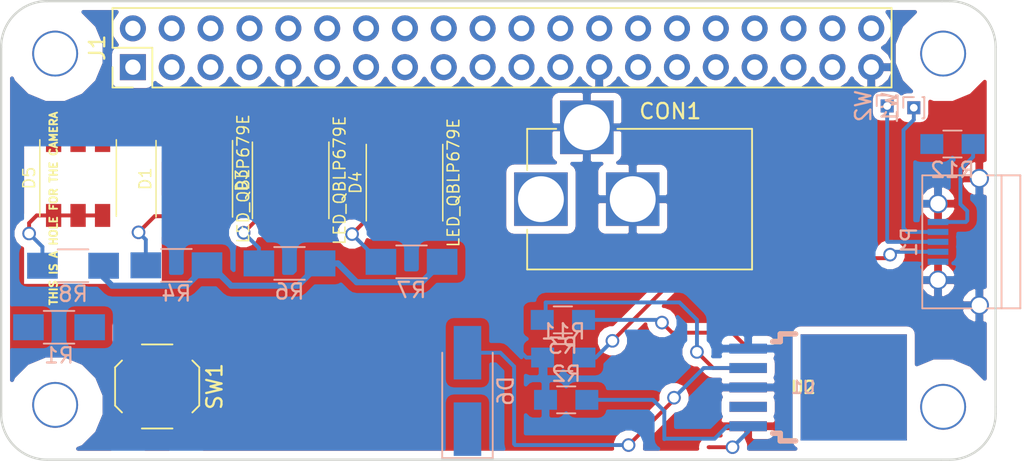
<source format=kicad_pcb>
(kicad_pcb (version 4) (host pcbnew 4.0.7)

  (general
    (links 64)
    (no_connects 22)
    (area 109.424999 79.424999 174.575001 109.575001)
    (thickness 1.6)
    (drawings 13)
    (tracks 120)
    (zones 0)
    (modules 26)
    (nets 17)
  )

  (page A3)
  (layers
    (0 F.Cu signal)
    (31 B.Cu signal)
    (32 B.Adhes user)
    (33 F.Adhes user)
    (34 B.Paste user)
    (35 F.Paste user)
    (36 B.SilkS user)
    (37 F.SilkS user)
    (38 B.Mask user)
    (39 F.Mask user)
    (40 Dwgs.User user)
    (41 Cmts.User user)
    (42 Eco1.User user)
    (43 Eco2.User user)
    (44 Edge.Cuts user)
  )

  (setup
    (last_trace_width 0.254)
    (user_trace_width 0.6)
    (trace_clearance 0.254)
    (zone_clearance 0.508)
    (zone_45_only yes)
    (trace_min 0.254)
    (segment_width 0.2)
    (edge_width 0.15)
    (via_size 0.889)
    (via_drill 0.635)
    (via_min_size 0.889)
    (via_min_drill 0.508)
    (uvia_size 0.508)
    (uvia_drill 0.127)
    (uvias_allowed no)
    (uvia_min_size 0.508)
    (uvia_min_drill 0.127)
    (pcb_text_width 0.3)
    (pcb_text_size 1 1)
    (mod_edge_width 0.15)
    (mod_text_size 1 1)
    (mod_text_width 0.15)
    (pad_size 1.7 1.7)
    (pad_drill 1)
    (pad_to_mask_clearance 0)
    (aux_axis_origin 117.8687 84.2645)
    (visible_elements 7FFFFFFF)
    (pcbplotparams
      (layerselection 0x010fc_80000001)
      (usegerberextensions true)
      (excludeedgelayer true)
      (linewidth 0.150000)
      (plotframeref false)
      (viasonmask false)
      (mode 1)
      (useauxorigin false)
      (hpglpennumber 1)
      (hpglpenspeed 20)
      (hpglpendiameter 15)
      (hpglpenoverlay 2)
      (psnegative false)
      (psa4output false)
      (plotreference false)
      (plotvalue true)
      (plotinvisibletext false)
      (padsonsilk false)
      (subtractmaskfromsilk false)
      (outputformat 1)
      (mirror false)
      (drillshape 0)
      (scaleselection 1)
      (outputdirectory ./))
  )

  (net 0 "")
  (net 1 GND)
  (net 2 "Net-(P1-Pad4)")
  (net 3 "Net-(P1-Pad3)")
  (net 4 +BATT)
  (net 5 "Net-(D1-Pad4)")
  (net 6 "Net-(D3-Pad4)")
  (net 7 "Net-(D4-Pad4)")
  (net 8 "Net-(D5-Pad4)")
  (net 9 "Net-(D6-Pad2)")
  (net 10 /raspberrypi-gpio-40pin/P5V_HAT)
  (net 11 "Net-(P1-Pad1)")
  (net 12 "Net-(P1-Pad2)")
  (net 13 "Net-(R1-Pad2)")
  (net 14 /Power/LEDEnable)
  (net 15 /Leds/+6V)
  (net 16 "Net-(R2-Pad1)")

  (net_class Default "This is the default net class."
    (clearance 0.254)
    (trace_width 0.254)
    (via_dia 0.889)
    (via_drill 0.635)
    (uvia_dia 0.508)
    (uvia_drill 0.127)
    (add_net +BATT)
    (add_net /Power/LEDEnable)
    (add_net /raspberrypi-gpio-40pin/P5V_HAT)
    (add_net "Net-(D1-Pad4)")
    (add_net "Net-(D3-Pad4)")
    (add_net "Net-(D4-Pad4)")
    (add_net "Net-(D5-Pad4)")
    (add_net "Net-(D6-Pad2)")
    (add_net "Net-(P1-Pad1)")
    (add_net "Net-(P1-Pad2)")
    (add_net "Net-(P1-Pad3)")
    (add_net "Net-(P1-Pad4)")
    (add_net "Net-(R1-Pad2)")
    (add_net "Net-(R2-Pad1)")
  )

  (net_class 6v ""
    (clearance 0.254)
    (trace_width 0.4)
    (via_dia 0.889)
    (via_drill 0.635)
    (uvia_dia 0.508)
    (uvia_drill 0.127)
    (add_net /Leds/+6V)
  )

  (net_class GND ""
    (clearance 0.254)
    (trace_width 0.254)
    (via_dia 0.889)
    (via_drill 0.635)
    (uvia_dia 0.508)
    (uvia_drill 0.127)
    (add_net GND)
  )

  (module Connectors:BARREL_JACK (layer F.Cu) (tedit 5A6A7299) (tstamp 5A62791F)
    (at 144.78 92.456 180)
    (descr "DC Barrel Jack")
    (tags "Power Jack")
    (path /5A21580E/5A269E3E)
    (fp_text reference CON1 (at -8.45 5.75 360) (layer F.SilkS)
      (effects (font (size 1 1) (thickness 0.15)))
    )
    (fp_text value BARREL_JACK (at -6.2 -5.5 180) (layer F.Fab) hide
      (effects (font (size 1 1) (thickness 0.15)))
    )
    (fp_line (start 1 -4.5) (end 1 -4.75) (layer F.CrtYd) (width 0.05))
    (fp_line (start 1 -4.75) (end -14 -4.75) (layer F.CrtYd) (width 0.05))
    (fp_line (start 1 -4.5) (end 1 -2) (layer F.CrtYd) (width 0.05))
    (fp_line (start 1 -2) (end 2 -2) (layer F.CrtYd) (width 0.05))
    (fp_line (start 2 -2) (end 2 2) (layer F.CrtYd) (width 0.05))
    (fp_line (start 2 2) (end 1 2) (layer F.CrtYd) (width 0.05))
    (fp_line (start 1 2) (end 1 4.75) (layer F.CrtYd) (width 0.05))
    (fp_line (start 1 4.75) (end -1 4.75) (layer F.CrtYd) (width 0.05))
    (fp_line (start -1 4.75) (end -1 6.75) (layer F.CrtYd) (width 0.05))
    (fp_line (start -1 6.75) (end -5 6.75) (layer F.CrtYd) (width 0.05))
    (fp_line (start -5 6.75) (end -5 4.75) (layer F.CrtYd) (width 0.05))
    (fp_line (start -5 4.75) (end -14 4.75) (layer F.CrtYd) (width 0.05))
    (fp_line (start -14 4.75) (end -14 -4.75) (layer F.CrtYd) (width 0.05))
    (fp_line (start -5 4.6) (end -13.8 4.6) (layer F.SilkS) (width 0.12))
    (fp_line (start -13.8 4.6) (end -13.8 -4.6) (layer F.SilkS) (width 0.12))
    (fp_line (start 0.9 1.9) (end 0.9 4.6) (layer F.SilkS) (width 0.12))
    (fp_line (start 0.9 4.6) (end -1 4.6) (layer F.SilkS) (width 0.12))
    (fp_line (start -13.8 -4.6) (end 0.9 -4.6) (layer F.SilkS) (width 0.12))
    (fp_line (start 0.9 -4.6) (end 0.9 -2) (layer F.SilkS) (width 0.12))
    (fp_line (start -10.2 -4.5) (end -10.2 4.5) (layer F.Fab) (width 0.1))
    (fp_line (start -13.7 -4.5) (end -13.7 4.5) (layer F.Fab) (width 0.1))
    (fp_line (start -13.7 4.5) (end 0.8 4.5) (layer F.Fab) (width 0.1))
    (fp_line (start 0.8 4.5) (end 0.8 -4.5) (layer F.Fab) (width 0.1))
    (fp_line (start 0.8 -4.5) (end -13.7 -4.5) (layer F.Fab) (width 0.1))
    (pad 1 thru_hole rect (at 0 0 180) (size 3.5 3.5) (drill 3) (layers *.Cu *.Mask)
      (net 4 +BATT))
    (pad 2 thru_hole rect (at -6 0 180) (size 3.5 3.5) (drill 3) (layers *.Cu *.Mask)
      (net 1 GND))
    (pad 3 thru_hole rect (at -3 4.7 180) (size 3.5 3.5) (drill 3) (layers *.Cu *.Mask)
      (net 1 GND))
  )

  (module lib_fp:5050 (layer F.Cu) (tedit 5A6A6A39) (tstamp 5A62792B)
    (at 122.1232 91.1225 270)
    (path /5A21582D/5A215909)
    (fp_text reference D1 (at 0 3.2 270) (layer F.SilkS)
      (effects (font (size 0.762 0.762) (thickness 0.1016)))
    )
    (fp_text value LED_QBLP679E (at 0 -3.2 270) (layer F.SilkS)
      (effects (font (size 0.762 0.762) (thickness 0.1016)))
    )
    (fp_line (start -2.5 2.5) (end 2.5 2.5) (layer F.SilkS) (width 0.09906))
    (fp_line (start -2.5 -2.5) (end 2.5 -2.5) (layer F.SilkS) (width 0.09906))
    (pad 1 smd rect (at -2.45 -1.6 270) (size 1.5 1) (layers F.Cu F.Paste F.Mask)
      (net 1 GND))
    (pad 2 smd rect (at -2.45 0 270) (size 1.5 1) (layers F.Cu F.Paste F.Mask)
      (net 1 GND))
    (pad 3 smd rect (at -2.45 1.6 270) (size 1.5 1) (layers F.Cu F.Paste F.Mask)
      (net 1 GND))
    (pad 4 smd rect (at 2.45 1.6 270) (size 1.5 1) (layers F.Cu F.Paste F.Mask)
      (net 5 "Net-(D1-Pad4)"))
    (pad 5 smd rect (at 2.45 0 270) (size 1.5 1) (layers F.Cu F.Paste F.Mask)
      (net 5 "Net-(D1-Pad4)"))
    (pad 6 smd rect (at 2.45 -1.6 270) (size 1.5 1) (layers F.Cu F.Paste F.Mask)
      (net 5 "Net-(D1-Pad4)"))
  )

  (module lib_fp:5050 (layer F.Cu) (tedit 5A6A6A54) (tstamp 5A627943)
    (at 128.4224 91.2241 270)
    (path /5A21582D/5A259049)
    (fp_text reference D3 (at 0 3.2 270) (layer F.SilkS)
      (effects (font (size 0.762 0.762) (thickness 0.1016)))
    )
    (fp_text value LED_QBLP679E (at 0 -3.2 270) (layer F.SilkS)
      (effects (font (size 0.762 0.762) (thickness 0.1016)))
    )
    (fp_line (start -2.5 2.5) (end 2.5 2.5) (layer F.SilkS) (width 0.09906))
    (fp_line (start -2.5 -2.5) (end 2.5 -2.5) (layer F.SilkS) (width 0.09906))
    (pad 1 smd rect (at -2.45 -1.6 270) (size 1.5 1) (layers F.Cu F.Paste F.Mask)
      (net 1 GND))
    (pad 2 smd rect (at -2.45 0 270) (size 1.5 1) (layers F.Cu F.Paste F.Mask)
      (net 1 GND))
    (pad 3 smd rect (at -2.45 1.6 270) (size 1.5 1) (layers F.Cu F.Paste F.Mask)
      (net 1 GND))
    (pad 4 smd rect (at 2.45 1.6 270) (size 1.5 1) (layers F.Cu F.Paste F.Mask)
      (net 6 "Net-(D3-Pad4)"))
    (pad 5 smd rect (at 2.45 0 270) (size 1.5 1) (layers F.Cu F.Paste F.Mask)
      (net 6 "Net-(D3-Pad4)"))
    (pad 6 smd rect (at 2.45 -1.6 270) (size 1.5 1) (layers F.Cu F.Paste F.Mask)
      (net 6 "Net-(D3-Pad4)"))
  )

  (module lib_fp:5050 (layer F.Cu) (tedit 5A6A6A46) (tstamp 5A62794F)
    (at 135.8646 91.3765 270)
    (path /5A21582D/5A259067)
    (fp_text reference D4 (at 0 3.2 270) (layer F.SilkS)
      (effects (font (size 0.762 0.762) (thickness 0.1016)))
    )
    (fp_text value LED_QBLP679E (at 0 -3.2 270) (layer F.SilkS)
      (effects (font (size 0.762 0.762) (thickness 0.1016)))
    )
    (fp_line (start -2.5 2.5) (end 2.5 2.5) (layer F.SilkS) (width 0.09906))
    (fp_line (start -2.5 -2.5) (end 2.5 -2.5) (layer F.SilkS) (width 0.09906))
    (pad 1 smd rect (at -2.45 -1.6 270) (size 1.5 1) (layers F.Cu F.Paste F.Mask)
      (net 1 GND))
    (pad 2 smd rect (at -2.45 0 270) (size 1.5 1) (layers F.Cu F.Paste F.Mask)
      (net 1 GND))
    (pad 3 smd rect (at -2.45 1.6 270) (size 1.5 1) (layers F.Cu F.Paste F.Mask)
      (net 1 GND))
    (pad 4 smd rect (at 2.45 1.6 270) (size 1.5 1) (layers F.Cu F.Paste F.Mask)
      (net 7 "Net-(D4-Pad4)"))
    (pad 5 smd rect (at 2.45 0 270) (size 1.5 1) (layers F.Cu F.Paste F.Mask)
      (net 7 "Net-(D4-Pad4)"))
    (pad 6 smd rect (at 2.45 -1.6 270) (size 1.5 1) (layers F.Cu F.Paste F.Mask)
      (net 7 "Net-(D4-Pad4)"))
  )

  (module lib_fp:5050 (layer F.Cu) (tedit 5A6A9423) (tstamp 5A62795B)
    (at 114.5286 91.0717 270)
    (path /5A21582D/5A259105)
    (fp_text reference D5 (at 0 3.2 270) (layer F.SilkS)
      (effects (font (size 0.762 0.762) (thickness 0.1016)))
    )
    (fp_text value LED_QBLP679E (at 0 -3.2 270) (layer F.SilkS) hide
      (effects (font (size 0.762 0.762) (thickness 0.1016)))
    )
    (fp_line (start -2.5 2.5) (end 2.5 2.5) (layer F.SilkS) (width 0.09906))
    (fp_line (start -2.5 -2.5) (end 2.5 -2.5) (layer F.SilkS) (width 0.09906))
    (pad 1 smd rect (at -2.45 -1.6 270) (size 1.5 1) (layers F.Cu F.Paste F.Mask)
      (net 1 GND))
    (pad 2 smd rect (at -2.45 0 270) (size 1.5 1) (layers F.Cu F.Paste F.Mask)
      (net 1 GND))
    (pad 3 smd rect (at -2.45 1.6 270) (size 1.5 1) (layers F.Cu F.Paste F.Mask)
      (net 1 GND))
    (pad 4 smd rect (at 2.45 1.6 270) (size 1.5 1) (layers F.Cu F.Paste F.Mask)
      (net 8 "Net-(D5-Pad4)"))
    (pad 5 smd rect (at 2.45 0 270) (size 1.5 1) (layers F.Cu F.Paste F.Mask)
      (net 8 "Net-(D5-Pad4)"))
    (pad 6 smd rect (at 2.45 -1.6 270) (size 1.5 1) (layers F.Cu F.Paste F.Mask)
      (net 8 "Net-(D5-Pad4)"))
  )

  (module Diodes_SMD:D_SMA_Handsoldering (layer B.Cu) (tedit 58643398) (tstamp 5A627973)
    (at 139.9794 105.0036 90)
    (descr "Diode SMA (DO-214AC) Handsoldering")
    (tags "Diode SMA (DO-214AC) Handsoldering")
    (path /5A21580E/5A293905)
    (attr smd)
    (fp_text reference D6 (at 0 2.5 90) (layer B.SilkS)
      (effects (font (size 1 1) (thickness 0.15)) (justify mirror))
    )
    (fp_text value D_Schottky (at 0 -2.6 90) (layer B.Fab)
      (effects (font (size 1 1) (thickness 0.15)) (justify mirror))
    )
    (fp_text user %R (at 0 2.5 90) (layer B.Fab)
      (effects (font (size 1 1) (thickness 0.15)) (justify mirror))
    )
    (fp_line (start -4.4 1.65) (end -4.4 -1.65) (layer B.SilkS) (width 0.12))
    (fp_line (start 2.3 -1.5) (end -2.3 -1.5) (layer B.Fab) (width 0.1))
    (fp_line (start -2.3 -1.5) (end -2.3 1.5) (layer B.Fab) (width 0.1))
    (fp_line (start 2.3 1.5) (end 2.3 -1.5) (layer B.Fab) (width 0.1))
    (fp_line (start 2.3 1.5) (end -2.3 1.5) (layer B.Fab) (width 0.1))
    (fp_line (start -4.5 1.75) (end 4.5 1.75) (layer B.CrtYd) (width 0.05))
    (fp_line (start 4.5 1.75) (end 4.5 -1.75) (layer B.CrtYd) (width 0.05))
    (fp_line (start 4.5 -1.75) (end -4.5 -1.75) (layer B.CrtYd) (width 0.05))
    (fp_line (start -4.5 -1.75) (end -4.5 1.75) (layer B.CrtYd) (width 0.05))
    (fp_line (start -0.64944 -0.00102) (end -1.55114 -0.00102) (layer B.Fab) (width 0.1))
    (fp_line (start 0.50118 -0.00102) (end 1.4994 -0.00102) (layer B.Fab) (width 0.1))
    (fp_line (start -0.64944 0.79908) (end -0.64944 -0.80112) (layer B.Fab) (width 0.1))
    (fp_line (start 0.50118 -0.75032) (end 0.50118 0.79908) (layer B.Fab) (width 0.1))
    (fp_line (start -0.64944 -0.00102) (end 0.50118 -0.75032) (layer B.Fab) (width 0.1))
    (fp_line (start -0.64944 -0.00102) (end 0.50118 0.79908) (layer B.Fab) (width 0.1))
    (fp_line (start -4.4 -1.65) (end 2.5 -1.65) (layer B.SilkS) (width 0.12))
    (fp_line (start -4.4 1.65) (end 2.5 1.65) (layer B.SilkS) (width 0.12))
    (pad 1 smd rect (at -2.5 0 90) (size 3.5 1.8) (layers B.Cu B.Paste B.Mask))
    (pad 2 smd rect (at 2.5 0 90) (size 3.5 1.8) (layers B.Cu B.Paste B.Mask)
      (net 9 "Net-(D6-Pad2)"))
    (model ${KISYS3DMOD}/Diodes_SMD.3dshapes/D_SMA.wrl
      (at (xyz 0 0 0))
      (scale (xyz 1 1 1))
      (rotate (xyz 0 0 0))
    )
  )

  (module lib_fp:USB_Micro-B (layer B.Cu) (tedit 5A6A7193) (tstamp 5A6279B7)
    (at 172.085 95.25 270)
    (descr "Micro USB Type B Receptacle")
    (tags "USB USB_B USB_micro USB_OTG")
    (path /5A26AECC/5A26AF59)
    (attr smd)
    (fp_text reference P1 (at 0 3.24 270) (layer B.SilkS)
      (effects (font (size 1 1) (thickness 0.15)) (justify mirror))
    )
    (fp_text value USB_OTG (at 0 -5.01 270) (layer B.Fab)
      (effects (font (size 1 1) (thickness 0.15)) (justify mirror))
    )
    (fp_line (start -4.6 2.59) (end 4.6 2.59) (layer B.CrtYd) (width 0.05))
    (fp_line (start 4.6 2.59) (end 4.6 -4.26) (layer B.CrtYd) (width 0.05))
    (fp_line (start 4.6 -4.26) (end -4.6 -4.26) (layer B.CrtYd) (width 0.05))
    (fp_line (start -4.6 -4.26) (end -4.6 2.59) (layer B.CrtYd) (width 0.05))
    (fp_line (start -4.35 -4.03) (end 4.35 -4.03) (layer B.SilkS) (width 0.12))
    (fp_line (start -4.35 2.38) (end 4.35 2.38) (layer B.SilkS) (width 0.12))
    (fp_line (start 4.35 2.38) (end 4.35 -4.03) (layer B.SilkS) (width 0.12))
    (fp_line (start 4.35 -2.8) (end -4.35 -2.8) (layer B.SilkS) (width 0.12))
    (fp_line (start -4.35 -4.03) (end -4.35 2.38) (layer B.SilkS) (width 0.12))
    (pad 1 smd rect (at -1.3 1.35 180) (size 1.35 0.4) (layers B.Cu B.Paste B.Mask)
      (net 11 "Net-(P1-Pad1)"))
    (pad 2 smd rect (at -0.65 1.35 180) (size 1.35 0.4) (layers B.Cu B.Paste B.Mask)
      (net 12 "Net-(P1-Pad2)"))
    (pad 3 smd rect (at 0 1.35 180) (size 1.35 0.4) (layers B.Cu B.Paste B.Mask)
      (net 3 "Net-(P1-Pad3)"))
    (pad 4 smd rect (at 0.65 1.35 180) (size 1.35 0.4) (layers B.Cu B.Paste B.Mask)
      (net 2 "Net-(P1-Pad4)"))
    (pad 5 smd rect (at 1.3 1.35 180) (size 1.35 0.4) (layers B.Cu B.Paste B.Mask)
      (net 1 GND))
    (pad 6 thru_hole oval (at -2.5 1.35 180) (size 1.25 1.25) (drill 1) (layers *.Cu *.Mask)
      (net 1 GND))
    (pad 6 thru_hole oval (at 2.5 1.35 180) (size 1.25 1.25) (drill 1) (layers *.Cu *.Mask)
      (net 1 GND))
    (pad 6 thru_hole oval (at -4.15 -1.35 180) (size 1.25 1.25) (drill oval 1) (layers *.Cu *.Mask)
      (net 1 GND))
    (pad 6 thru_hole oval (at 4.15 -1.35 180) (size 1.25 1.25) (drill 1) (layers *.Cu *.Mask)
      (net 1 GND))
  )

  (module Resistors_SMD:R_1206_HandSoldering (layer B.Cu) (tedit 58E0A804) (tstamp 5A6279C8)
    (at 113.284 100.838)
    (descr "Resistor SMD 1206, hand soldering")
    (tags "resistor 1206")
    (path /5A21580E/5A257E80)
    (attr smd)
    (fp_text reference R1 (at 0 1.85) (layer B.SilkS)
      (effects (font (size 1 1) (thickness 0.15)) (justify mirror))
    )
    (fp_text value 150 (at 0 -1.9) (layer B.Fab)
      (effects (font (size 1 1) (thickness 0.15)) (justify mirror))
    )
    (fp_text user %R (at 0 0) (layer B.Fab)
      (effects (font (size 0.7 0.7) (thickness 0.105)) (justify mirror))
    )
    (fp_line (start -1.6 -0.8) (end -1.6 0.8) (layer B.Fab) (width 0.1))
    (fp_line (start 1.6 -0.8) (end -1.6 -0.8) (layer B.Fab) (width 0.1))
    (fp_line (start 1.6 0.8) (end 1.6 -0.8) (layer B.Fab) (width 0.1))
    (fp_line (start -1.6 0.8) (end 1.6 0.8) (layer B.Fab) (width 0.1))
    (fp_line (start 1 -1.07) (end -1 -1.07) (layer B.SilkS) (width 0.12))
    (fp_line (start -1 1.07) (end 1 1.07) (layer B.SilkS) (width 0.12))
    (fp_line (start -3.25 1.11) (end 3.25 1.11) (layer B.CrtYd) (width 0.05))
    (fp_line (start -3.25 1.11) (end -3.25 -1.1) (layer B.CrtYd) (width 0.05))
    (fp_line (start 3.25 -1.1) (end 3.25 1.11) (layer B.CrtYd) (width 0.05))
    (fp_line (start 3.25 -1.1) (end -3.25 -1.1) (layer B.CrtYd) (width 0.05))
    (pad 1 smd rect (at -2 0) (size 2 1.7) (layers B.Cu B.Paste B.Mask)
      (net 4 +BATT))
    (pad 2 smd rect (at 2 0) (size 2 1.7) (layers B.Cu B.Paste B.Mask)
      (net 13 "Net-(R1-Pad2)"))
    (model ${KISYS3DMOD}/Resistors_SMD.3dshapes/R_1206.wrl
      (at (xyz 0 0 0))
      (scale (xyz 1 1 1))
      (rotate (xyz 0 0 0))
    )
  )

  (module Resistors_SMD:R_0805_HandSoldering (layer B.Cu) (tedit 58E0A804) (tstamp 5A6279D9)
    (at 146.431 105.5878 180)
    (descr "Resistor SMD 0805, hand soldering")
    (tags "resistor 0805")
    (path /5A21580E/5A257FAE)
    (attr smd)
    (fp_text reference R2 (at 0 1.7 180) (layer B.SilkS)
      (effects (font (size 1 1) (thickness 0.15)) (justify mirror))
    )
    (fp_text value 10k (at 0 -1.75 180) (layer B.Fab)
      (effects (font (size 1 1) (thickness 0.15)) (justify mirror))
    )
    (fp_text user %R (at 0 0 180) (layer B.Fab)
      (effects (font (size 0.5 0.5) (thickness 0.075)) (justify mirror))
    )
    (fp_line (start -1 -0.62) (end -1 0.62) (layer B.Fab) (width 0.1))
    (fp_line (start 1 -0.62) (end -1 -0.62) (layer B.Fab) (width 0.1))
    (fp_line (start 1 0.62) (end 1 -0.62) (layer B.Fab) (width 0.1))
    (fp_line (start -1 0.62) (end 1 0.62) (layer B.Fab) (width 0.1))
    (fp_line (start 0.6 -0.88) (end -0.6 -0.88) (layer B.SilkS) (width 0.12))
    (fp_line (start -0.6 0.88) (end 0.6 0.88) (layer B.SilkS) (width 0.12))
    (fp_line (start -2.35 0.9) (end 2.35 0.9) (layer B.CrtYd) (width 0.05))
    (fp_line (start -2.35 0.9) (end -2.35 -0.9) (layer B.CrtYd) (width 0.05))
    (fp_line (start 2.35 -0.9) (end 2.35 0.9) (layer B.CrtYd) (width 0.05))
    (fp_line (start 2.35 -0.9) (end -2.35 -0.9) (layer B.CrtYd) (width 0.05))
    (pad 1 smd rect (at -1.35 0 180) (size 1.5 1.3) (layers B.Cu B.Paste B.Mask)
      (net 16 "Net-(R2-Pad1)"))
    (pad 2 smd rect (at 1.35 0 180) (size 1.5 1.3) (layers B.Cu B.Paste B.Mask)
      (net 1 GND))
    (model ${KISYS3DMOD}/Resistors_SMD.3dshapes/R_0805.wrl
      (at (xyz 0 0 0))
      (scale (xyz 1 1 1))
      (rotate (xyz 0 0 0))
    )
  )

  (module Resistors_SMD:R_0805_HandSoldering (layer B.Cu) (tedit 58E0A804) (tstamp 5A6279EA)
    (at 146.2151 100.3554)
    (descr "Resistor SMD 0805, hand soldering")
    (tags "resistor 0805")
    (path /5A21580E/5A257C7E)
    (attr smd)
    (fp_text reference R3 (at 0 1.7) (layer B.SilkS)
      (effects (font (size 1 1) (thickness 0.15)) (justify mirror))
    )
    (fp_text value 10k (at 0 -1.75) (layer B.Fab)
      (effects (font (size 1 1) (thickness 0.15)) (justify mirror))
    )
    (fp_text user %R (at 0 0) (layer B.Fab)
      (effects (font (size 0.5 0.5) (thickness 0.075)) (justify mirror))
    )
    (fp_line (start -1 -0.62) (end -1 0.62) (layer B.Fab) (width 0.1))
    (fp_line (start 1 -0.62) (end -1 -0.62) (layer B.Fab) (width 0.1))
    (fp_line (start 1 0.62) (end 1 -0.62) (layer B.Fab) (width 0.1))
    (fp_line (start -1 0.62) (end 1 0.62) (layer B.Fab) (width 0.1))
    (fp_line (start 0.6 -0.88) (end -0.6 -0.88) (layer B.SilkS) (width 0.12))
    (fp_line (start -0.6 0.88) (end 0.6 0.88) (layer B.SilkS) (width 0.12))
    (fp_line (start -2.35 0.9) (end 2.35 0.9) (layer B.CrtYd) (width 0.05))
    (fp_line (start -2.35 0.9) (end -2.35 -0.9) (layer B.CrtYd) (width 0.05))
    (fp_line (start 2.35 -0.9) (end 2.35 0.9) (layer B.CrtYd) (width 0.05))
    (fp_line (start 2.35 -0.9) (end -2.35 -0.9) (layer B.CrtYd) (width 0.05))
    (pad 1 smd rect (at -1.35 0) (size 1.5 1.3) (layers B.Cu B.Paste B.Mask)
      (net 4 +BATT))
    (pad 2 smd rect (at 1.35 0) (size 1.5 1.3) (layers B.Cu B.Paste B.Mask)
      (net 14 /Power/LEDEnable))
    (model ${KISYS3DMOD}/Resistors_SMD.3dshapes/R_0805.wrl
      (at (xyz 0 0 0))
      (scale (xyz 1 1 1))
      (rotate (xyz 0 0 0))
    )
  )

  (module Resistors_SMD:R_1206_HandSoldering (layer B.Cu) (tedit 58E0A804) (tstamp 5A6279FB)
    (at 120.9548 96.7867)
    (descr "Resistor SMD 1206, hand soldering")
    (tags "resistor 1206")
    (path /5A21582D/5A21590C)
    (attr smd)
    (fp_text reference R4 (at 0 1.85) (layer B.SilkS)
      (effects (font (size 1 1) (thickness 0.15)) (justify mirror))
    )
    (fp_text value 150 (at 0 -1.9) (layer B.Fab)
      (effects (font (size 1 1) (thickness 0.15)) (justify mirror))
    )
    (fp_text user %R (at 0 0) (layer B.Fab)
      (effects (font (size 0.7 0.7) (thickness 0.105)) (justify mirror))
    )
    (fp_line (start -1.6 -0.8) (end -1.6 0.8) (layer B.Fab) (width 0.1))
    (fp_line (start 1.6 -0.8) (end -1.6 -0.8) (layer B.Fab) (width 0.1))
    (fp_line (start 1.6 0.8) (end 1.6 -0.8) (layer B.Fab) (width 0.1))
    (fp_line (start -1.6 0.8) (end 1.6 0.8) (layer B.Fab) (width 0.1))
    (fp_line (start 1 -1.07) (end -1 -1.07) (layer B.SilkS) (width 0.12))
    (fp_line (start -1 1.07) (end 1 1.07) (layer B.SilkS) (width 0.12))
    (fp_line (start -3.25 1.11) (end 3.25 1.11) (layer B.CrtYd) (width 0.05))
    (fp_line (start -3.25 1.11) (end -3.25 -1.1) (layer B.CrtYd) (width 0.05))
    (fp_line (start 3.25 -1.1) (end 3.25 1.11) (layer B.CrtYd) (width 0.05))
    (fp_line (start 3.25 -1.1) (end -3.25 -1.1) (layer B.CrtYd) (width 0.05))
    (pad 1 smd rect (at -2 0) (size 2 1.7) (layers B.Cu B.Paste B.Mask)
      (net 5 "Net-(D1-Pad4)"))
    (pad 2 smd rect (at 2 0) (size 2 1.7) (layers B.Cu B.Paste B.Mask)
      (net 15 /Leds/+6V))
    (model ${KISYS3DMOD}/Resistors_SMD.3dshapes/R_1206.wrl
      (at (xyz 0 0 0))
      (scale (xyz 1 1 1))
      (rotate (xyz 0 0 0))
    )
  )

  (module Resistors_SMD:R_1206_HandSoldering (layer B.Cu) (tedit 58E0A804) (tstamp 5A627A1D)
    (at 128.3462 96.6597)
    (descr "Resistor SMD 1206, hand soldering")
    (tags "resistor 1206")
    (path /5A21582D/5A259051)
    (attr smd)
    (fp_text reference R6 (at 0 1.85) (layer B.SilkS)
      (effects (font (size 1 1) (thickness 0.15)) (justify mirror))
    )
    (fp_text value 150 (at 0 -1.9) (layer B.Fab)
      (effects (font (size 1 1) (thickness 0.15)) (justify mirror))
    )
    (fp_text user %R (at 0 0) (layer B.Fab)
      (effects (font (size 0.7 0.7) (thickness 0.105)) (justify mirror))
    )
    (fp_line (start -1.6 -0.8) (end -1.6 0.8) (layer B.Fab) (width 0.1))
    (fp_line (start 1.6 -0.8) (end -1.6 -0.8) (layer B.Fab) (width 0.1))
    (fp_line (start 1.6 0.8) (end 1.6 -0.8) (layer B.Fab) (width 0.1))
    (fp_line (start -1.6 0.8) (end 1.6 0.8) (layer B.Fab) (width 0.1))
    (fp_line (start 1 -1.07) (end -1 -1.07) (layer B.SilkS) (width 0.12))
    (fp_line (start -1 1.07) (end 1 1.07) (layer B.SilkS) (width 0.12))
    (fp_line (start -3.25 1.11) (end 3.25 1.11) (layer B.CrtYd) (width 0.05))
    (fp_line (start -3.25 1.11) (end -3.25 -1.1) (layer B.CrtYd) (width 0.05))
    (fp_line (start 3.25 -1.1) (end 3.25 1.11) (layer B.CrtYd) (width 0.05))
    (fp_line (start 3.25 -1.1) (end -3.25 -1.1) (layer B.CrtYd) (width 0.05))
    (pad 1 smd rect (at -2 0) (size 2 1.7) (layers B.Cu B.Paste B.Mask)
      (net 6 "Net-(D3-Pad4)"))
    (pad 2 smd rect (at 2 0) (size 2 1.7) (layers B.Cu B.Paste B.Mask)
      (net 15 /Leds/+6V))
    (model ${KISYS3DMOD}/Resistors_SMD.3dshapes/R_1206.wrl
      (at (xyz 0 0 0))
      (scale (xyz 1 1 1))
      (rotate (xyz 0 0 0))
    )
  )

  (module Resistors_SMD:R_1206_HandSoldering (layer B.Cu) (tedit 58E0A804) (tstamp 5A627A2E)
    (at 136.3218 96.5581)
    (descr "Resistor SMD 1206, hand soldering")
    (tags "resistor 1206")
    (path /5A21582D/5A25906F)
    (attr smd)
    (fp_text reference R7 (at 0 1.85) (layer B.SilkS)
      (effects (font (size 1 1) (thickness 0.15)) (justify mirror))
    )
    (fp_text value 150 (at 0 -1.9) (layer B.Fab)
      (effects (font (size 1 1) (thickness 0.15)) (justify mirror))
    )
    (fp_text user %R (at 0 0) (layer B.Fab)
      (effects (font (size 0.7 0.7) (thickness 0.105)) (justify mirror))
    )
    (fp_line (start -1.6 -0.8) (end -1.6 0.8) (layer B.Fab) (width 0.1))
    (fp_line (start 1.6 -0.8) (end -1.6 -0.8) (layer B.Fab) (width 0.1))
    (fp_line (start 1.6 0.8) (end 1.6 -0.8) (layer B.Fab) (width 0.1))
    (fp_line (start -1.6 0.8) (end 1.6 0.8) (layer B.Fab) (width 0.1))
    (fp_line (start 1 -1.07) (end -1 -1.07) (layer B.SilkS) (width 0.12))
    (fp_line (start -1 1.07) (end 1 1.07) (layer B.SilkS) (width 0.12))
    (fp_line (start -3.25 1.11) (end 3.25 1.11) (layer B.CrtYd) (width 0.05))
    (fp_line (start -3.25 1.11) (end -3.25 -1.1) (layer B.CrtYd) (width 0.05))
    (fp_line (start 3.25 -1.1) (end 3.25 1.11) (layer B.CrtYd) (width 0.05))
    (fp_line (start 3.25 -1.1) (end -3.25 -1.1) (layer B.CrtYd) (width 0.05))
    (pad 1 smd rect (at -2 0) (size 2 1.7) (layers B.Cu B.Paste B.Mask)
      (net 7 "Net-(D4-Pad4)"))
    (pad 2 smd rect (at 2 0) (size 2 1.7) (layers B.Cu B.Paste B.Mask)
      (net 15 /Leds/+6V))
    (model ${KISYS3DMOD}/Resistors_SMD.3dshapes/R_1206.wrl
      (at (xyz 0 0 0))
      (scale (xyz 1 1 1))
      (rotate (xyz 0 0 0))
    )
  )

  (module Resistors_SMD:R_1206_HandSoldering (layer B.Cu) (tedit 58E0A804) (tstamp 5A627A3F)
    (at 114.1984 96.8121)
    (descr "Resistor SMD 1206, hand soldering")
    (tags "resistor 1206")
    (path /5A21582D/5A25910D)
    (attr smd)
    (fp_text reference R8 (at 0 1.85) (layer B.SilkS)
      (effects (font (size 1 1) (thickness 0.15)) (justify mirror))
    )
    (fp_text value 150 (at 0 -1.9) (layer B.Fab)
      (effects (font (size 1 1) (thickness 0.15)) (justify mirror))
    )
    (fp_text user %R (at 0 0) (layer B.Fab)
      (effects (font (size 0.7 0.7) (thickness 0.105)) (justify mirror))
    )
    (fp_line (start -1.6 -0.8) (end -1.6 0.8) (layer B.Fab) (width 0.1))
    (fp_line (start 1.6 -0.8) (end -1.6 -0.8) (layer B.Fab) (width 0.1))
    (fp_line (start 1.6 0.8) (end 1.6 -0.8) (layer B.Fab) (width 0.1))
    (fp_line (start -1.6 0.8) (end 1.6 0.8) (layer B.Fab) (width 0.1))
    (fp_line (start 1 -1.07) (end -1 -1.07) (layer B.SilkS) (width 0.12))
    (fp_line (start -1 1.07) (end 1 1.07) (layer B.SilkS) (width 0.12))
    (fp_line (start -3.25 1.11) (end 3.25 1.11) (layer B.CrtYd) (width 0.05))
    (fp_line (start -3.25 1.11) (end -3.25 -1.1) (layer B.CrtYd) (width 0.05))
    (fp_line (start 3.25 -1.1) (end 3.25 1.11) (layer B.CrtYd) (width 0.05))
    (fp_line (start 3.25 -1.1) (end -3.25 -1.1) (layer B.CrtYd) (width 0.05))
    (pad 1 smd rect (at -2 0) (size 2 1.7) (layers B.Cu B.Paste B.Mask)
      (net 8 "Net-(D5-Pad4)"))
    (pad 2 smd rect (at 2 0) (size 2 1.7) (layers B.Cu B.Paste B.Mask)
      (net 15 /Leds/+6V))
    (model ${KISYS3DMOD}/Resistors_SMD.3dshapes/R_1206.wrl
      (at (xyz 0 0 0))
      (scale (xyz 1 1 1))
      (rotate (xyz 0 0 0))
    )
  )

  (module Resistors_SMD:R_0805_HandSoldering (layer B.Cu) (tedit 58E0A804) (tstamp 5A627A72)
    (at 146.2405 102.8192 180)
    (descr "Resistor SMD 0805, hand soldering")
    (tags "resistor 0805")
    (path /5A26AECC/5A26AFF5)
    (attr smd)
    (fp_text reference R11 (at 0 1.7 180) (layer B.SilkS)
      (effects (font (size 1 1) (thickness 0.15)) (justify mirror))
    )
    (fp_text value DNP (at 0 -1.75 180) (layer B.Fab)
      (effects (font (size 1 1) (thickness 0.15)) (justify mirror))
    )
    (fp_text user %R (at 0 0 180) (layer B.Fab)
      (effects (font (size 0.5 0.5) (thickness 0.075)) (justify mirror))
    )
    (fp_line (start -1 -0.62) (end -1 0.62) (layer B.Fab) (width 0.1))
    (fp_line (start 1 -0.62) (end -1 -0.62) (layer B.Fab) (width 0.1))
    (fp_line (start 1 0.62) (end 1 -0.62) (layer B.Fab) (width 0.1))
    (fp_line (start -1 0.62) (end 1 0.62) (layer B.Fab) (width 0.1))
    (fp_line (start 0.6 -0.88) (end -0.6 -0.88) (layer B.SilkS) (width 0.12))
    (fp_line (start -0.6 0.88) (end 0.6 0.88) (layer B.SilkS) (width 0.12))
    (fp_line (start -2.35 0.9) (end 2.35 0.9) (layer B.CrtYd) (width 0.05))
    (fp_line (start -2.35 0.9) (end -2.35 -0.9) (layer B.CrtYd) (width 0.05))
    (fp_line (start 2.35 -0.9) (end 2.35 0.9) (layer B.CrtYd) (width 0.05))
    (fp_line (start 2.35 -0.9) (end -2.35 -0.9) (layer B.CrtYd) (width 0.05))
    (pad 1 smd rect (at -1.35 0 180) (size 1.5 1.3) (layers B.Cu B.Paste B.Mask)
      (net 2 "Net-(P1-Pad4)"))
    (pad 2 smd rect (at 1.35 0 180) (size 1.5 1.3) (layers B.Cu B.Paste B.Mask)
      (net 1 GND))
    (model ${KISYS3DMOD}/Resistors_SMD.3dshapes/R_0805.wrl
      (at (xyz 0 0 0))
      (scale (xyz 1 1 1))
      (rotate (xyz 0 0 0))
    )
  )

  (module Resistors_SMD:R_0805_HandSoldering (layer B.Cu) (tedit 58E0A804) (tstamp 5A627A83)
    (at 171.6786 88.8492)
    (descr "Resistor SMD 0805, hand soldering")
    (tags "resistor 0805")
    (path /5A26AECC/5A26BBC6)
    (attr smd)
    (fp_text reference R12 (at 0 1.7) (layer B.SilkS)
      (effects (font (size 1 1) (thickness 0.15)) (justify mirror))
    )
    (fp_text value DNP (at 0 -1.75) (layer B.Fab)
      (effects (font (size 1 1) (thickness 0.15)) (justify mirror))
    )
    (fp_text user %R (at 0 0) (layer B.Fab)
      (effects (font (size 0.5 0.5) (thickness 0.075)) (justify mirror))
    )
    (fp_line (start -1 -0.62) (end -1 0.62) (layer B.Fab) (width 0.1))
    (fp_line (start 1 -0.62) (end -1 -0.62) (layer B.Fab) (width 0.1))
    (fp_line (start 1 0.62) (end 1 -0.62) (layer B.Fab) (width 0.1))
    (fp_line (start -1 0.62) (end 1 0.62) (layer B.Fab) (width 0.1))
    (fp_line (start 0.6 -0.88) (end -0.6 -0.88) (layer B.SilkS) (width 0.12))
    (fp_line (start -0.6 0.88) (end 0.6 0.88) (layer B.SilkS) (width 0.12))
    (fp_line (start -2.35 0.9) (end 2.35 0.9) (layer B.CrtYd) (width 0.05))
    (fp_line (start -2.35 0.9) (end -2.35 -0.9) (layer B.CrtYd) (width 0.05))
    (fp_line (start 2.35 -0.9) (end 2.35 0.9) (layer B.CrtYd) (width 0.05))
    (fp_line (start 2.35 -0.9) (end -2.35 -0.9) (layer B.CrtYd) (width 0.05))
    (pad 1 smd rect (at -1.35 0) (size 1.5 1.3) (layers B.Cu B.Paste B.Mask))
    (pad 2 smd rect (at 1.35 0) (size 1.5 1.3) (layers B.Cu B.Paste B.Mask)
      (net 11 "Net-(P1-Pad1)"))
    (model ${KISYS3DMOD}/Resistors_SMD.3dshapes/R_0805.wrl
      (at (xyz 0 0 0))
      (scale (xyz 1 1 1))
      (rotate (xyz 0 0 0))
    )
  )

  (module Buttons_Switches_SMD:SW_SPST_TL3342 (layer F.Cu) (tedit 58724C2D) (tstamp 5A627AB9)
    (at 119.6975 104.7115 270)
    (descr "Low-profile SMD Tactile Switch, https://www.e-switch.com/system/asset/product_line/data_sheet/165/TL3342.pdf")
    (tags "SPST Tactile Switch")
    (path /5A21580E/5A258078)
    (attr smd)
    (fp_text reference SW1 (at 0 -3.75 270) (layer F.SilkS)
      (effects (font (size 1 1) (thickness 0.15)))
    )
    (fp_text value SW_PUSH (at 0 3.75 270) (layer F.Fab)
      (effects (font (size 1 1) (thickness 0.15)))
    )
    (fp_text user %R (at 0 -3.75 270) (layer F.Fab)
      (effects (font (size 1 1) (thickness 0.15)))
    )
    (fp_line (start 3.2 2.1) (end 3.2 1.6) (layer F.Fab) (width 0.1))
    (fp_line (start 3.2 -2.1) (end 3.2 -1.6) (layer F.Fab) (width 0.1))
    (fp_line (start -3.2 2.1) (end -3.2 1.6) (layer F.Fab) (width 0.1))
    (fp_line (start -3.2 -2.1) (end -3.2 -1.6) (layer F.Fab) (width 0.1))
    (fp_line (start 2.7 -2.1) (end 2.7 -1.6) (layer F.Fab) (width 0.1))
    (fp_line (start 1.7 -2.1) (end 3.2 -2.1) (layer F.Fab) (width 0.1))
    (fp_line (start 3.2 -1.6) (end 2.2 -1.6) (layer F.Fab) (width 0.1))
    (fp_line (start -2.7 -2.1) (end -2.7 -1.6) (layer F.Fab) (width 0.1))
    (fp_line (start -1.7 -2.1) (end -3.2 -2.1) (layer F.Fab) (width 0.1))
    (fp_line (start -3.2 -1.6) (end -2.2 -1.6) (layer F.Fab) (width 0.1))
    (fp_line (start -2.7 2.1) (end -2.7 1.6) (layer F.Fab) (width 0.1))
    (fp_line (start -3.2 1.6) (end -2.2 1.6) (layer F.Fab) (width 0.1))
    (fp_line (start -1.7 2.1) (end -3.2 2.1) (layer F.Fab) (width 0.1))
    (fp_line (start 1.7 2.1) (end 3.2 2.1) (layer F.Fab) (width 0.1))
    (fp_line (start 2.7 2.1) (end 2.7 1.6) (layer F.Fab) (width 0.1))
    (fp_line (start 3.2 1.6) (end 2.2 1.6) (layer F.Fab) (width 0.1))
    (fp_line (start -1.7 2.3) (end -1.25 2.75) (layer F.SilkS) (width 0.12))
    (fp_line (start 1.7 2.3) (end 1.25 2.75) (layer F.SilkS) (width 0.12))
    (fp_line (start 1.7 -2.3) (end 1.25 -2.75) (layer F.SilkS) (width 0.12))
    (fp_line (start -1.7 -2.3) (end -1.25 -2.75) (layer F.SilkS) (width 0.12))
    (fp_line (start -2 -1) (end -1 -2) (layer F.Fab) (width 0.1))
    (fp_line (start -1 -2) (end 1 -2) (layer F.Fab) (width 0.1))
    (fp_line (start 1 -2) (end 2 -1) (layer F.Fab) (width 0.1))
    (fp_line (start 2 -1) (end 2 1) (layer F.Fab) (width 0.1))
    (fp_line (start 2 1) (end 1 2) (layer F.Fab) (width 0.1))
    (fp_line (start 1 2) (end -1 2) (layer F.Fab) (width 0.1))
    (fp_line (start -1 2) (end -2 1) (layer F.Fab) (width 0.1))
    (fp_line (start -2 1) (end -2 -1) (layer F.Fab) (width 0.1))
    (fp_line (start 2.75 -1) (end 2.75 1) (layer F.SilkS) (width 0.12))
    (fp_line (start -1.25 2.75) (end 1.25 2.75) (layer F.SilkS) (width 0.12))
    (fp_line (start -2.75 -1) (end -2.75 1) (layer F.SilkS) (width 0.12))
    (fp_line (start -1.25 -2.75) (end 1.25 -2.75) (layer F.SilkS) (width 0.12))
    (fp_line (start -2.6 -1.2) (end -2.6 1.2) (layer F.Fab) (width 0.1))
    (fp_line (start -2.6 1.2) (end -1.2 2.6) (layer F.Fab) (width 0.1))
    (fp_line (start -1.2 2.6) (end 1.2 2.6) (layer F.Fab) (width 0.1))
    (fp_line (start 1.2 2.6) (end 2.6 1.2) (layer F.Fab) (width 0.1))
    (fp_line (start 2.6 1.2) (end 2.6 -1.2) (layer F.Fab) (width 0.1))
    (fp_line (start 2.6 -1.2) (end 1.2 -2.6) (layer F.Fab) (width 0.1))
    (fp_line (start 1.2 -2.6) (end -1.2 -2.6) (layer F.Fab) (width 0.1))
    (fp_line (start -1.2 -2.6) (end -2.6 -1.2) (layer F.Fab) (width 0.1))
    (fp_line (start -4.25 -3) (end 4.25 -3) (layer F.CrtYd) (width 0.05))
    (fp_line (start 4.25 -3) (end 4.25 3) (layer F.CrtYd) (width 0.05))
    (fp_line (start 4.25 3) (end -4.25 3) (layer F.CrtYd) (width 0.05))
    (fp_line (start -4.25 3) (end -4.25 -3) (layer F.CrtYd) (width 0.05))
    (fp_circle (center 0 0) (end 1 0) (layer F.Fab) (width 0.1))
    (pad 1 smd rect (at -3.15 -1.9 270) (size 1.7 1) (layers F.Cu F.Paste F.Mask)
      (net 16 "Net-(R2-Pad1)"))
    (pad 1 smd rect (at 3.15 -1.9 270) (size 1.7 1) (layers F.Cu F.Paste F.Mask)
      (net 16 "Net-(R2-Pad1)"))
    (pad 2 smd rect (at -3.15 1.9 270) (size 1.7 1) (layers F.Cu F.Paste F.Mask)
      (net 13 "Net-(R1-Pad2)"))
    (pad 2 smd rect (at 3.15 1.9 270) (size 1.7 1) (layers F.Cu F.Paste F.Mask)
      (net 13 "Net-(R1-Pad2)"))
    (model ${KISYS3DMOD}/Buttons_Switches_SMD.3dshapes/SW_SPST_TL3342.wrl
      (at (xyz 0 0 0))
      (scale (xyz 1 1 1))
      (rotate (xyz 0 0 0))
    )
  )

  (module lib_fp:TO-252-5 (layer B.Cu) (tedit 56B4B8B6) (tstamp 5A627AD1)
    (at 161.925 104.775)
    (path /5A21580E/5A257C1F)
    (attr smd)
    (fp_text reference U1 (at 0 0) (layer B.SilkS)
      (effects (font (size 0.8 0.8) (thickness 0.15)) (justify mirror))
    )
    (fp_text value BA50BC0WFP-E2CT (at 0 0) (layer B.Fab)
      (effects (font (size 0.8 0.8) (thickness 0.15)) (justify mirror))
    )
    (fp_line (start -0.5 -3.5) (end -1.5 -3.5) (layer B.SilkS) (width 0.35))
    (fp_line (start -1.5 -3.5) (end -1.5 -3) (layer B.SilkS) (width 0.35))
    (fp_line (start -1.5 -3) (end -2 -3) (layer B.SilkS) (width 0.35))
    (fp_line (start -1.5 3.5) (end -1.5 3) (layer B.SilkS) (width 0.35))
    (fp_line (start -1.5 3) (end -2 3) (layer B.SilkS) (width 0.35))
    (fp_line (start -0.5 3.5) (end -1.5 3.5) (layer B.SilkS) (width 0.35))
    (fp_line (start -5 4) (end 7 4) (layer B.CrtYd) (width 0.15))
    (fp_line (start 7 4) (end 7 -4) (layer B.CrtYd) (width 0.15))
    (fp_line (start 7 -4) (end -5 -4) (layer B.CrtYd) (width 0.15))
    (fp_line (start -5 -4) (end -5 4) (layer B.CrtYd) (width 0.15))
    (pad 1 smd rect (at -3.6 2.54 180) (size 2.45 0.65) (layers B.Cu B.Paste B.Mask)
      (net 16 "Net-(R2-Pad1)"))
    (pad 6 smd rect (at 3.3 0 180) (size 6.95 6.95) (layers B.Cu B.Mask))
    (pad 2 smd rect (at -3.6 1.27 180) (size 2.45 0.65) (layers B.Cu B.Paste B.Mask)
      (net 4 +BATT))
    (pad 3 smd rect (at -3.6 0 180) (size 2.45 0.65) (layers B.Cu B.Paste B.Mask)
      (net 1 GND))
    (pad 4 smd rect (at -3.6 -1.27 180) (size 2.45 0.65) (layers B.Cu B.Paste B.Mask)
      (net 9 "Net-(D6-Pad2)"))
    (pad 5 smd rect (at -3.6 -2.54 180) (size 2.45 0.65) (layers B.Cu B.Paste B.Mask)
      (net 1 GND))
    (pad "" smd rect (at 1.5 2 180) (size 2.3 2.3) (layers B.Paste))
    (pad "" smd rect (at 4.5 2 180) (size 2.3 2.3) (layers B.Paste))
    (pad "" smd rect (at 4.5 -2 180) (size 2.3 2.3) (layers B.Paste))
    (pad "" smd rect (at 1.5 -2 180) (size 2.3 2.3) (layers B.Paste))
    (model smd_trans/d-pak-5.wrl
      (at (xyz 0 0 0))
      (scale (xyz 1 1 1))
      (rotate (xyz 0 0 90))
    )
  )

  (module lib_fp:TO-252-5 (layer F.Cu) (tedit 56B4B8B6) (tstamp 5A627AE9)
    (at 161.925 104.775)
    (path /5A21580E/5A2176F1)
    (attr smd)
    (fp_text reference U2 (at 0 0) (layer F.SilkS)
      (effects (font (size 0.8 0.8) (thickness 0.15)))
    )
    (fp_text value BA06CC0WFP-E2CT (at 0 0) (layer F.Fab)
      (effects (font (size 0.8 0.8) (thickness 0.15)))
    )
    (fp_line (start -0.5 3.5) (end -1.5 3.5) (layer F.SilkS) (width 0.35))
    (fp_line (start -1.5 3.5) (end -1.5 3) (layer F.SilkS) (width 0.35))
    (fp_line (start -1.5 3) (end -2 3) (layer F.SilkS) (width 0.35))
    (fp_line (start -1.5 -3.5) (end -1.5 -3) (layer F.SilkS) (width 0.35))
    (fp_line (start -1.5 -3) (end -2 -3) (layer F.SilkS) (width 0.35))
    (fp_line (start -0.5 -3.5) (end -1.5 -3.5) (layer F.SilkS) (width 0.35))
    (fp_line (start -5 -4) (end 7 -4) (layer F.CrtYd) (width 0.15))
    (fp_line (start 7 -4) (end 7 4) (layer F.CrtYd) (width 0.15))
    (fp_line (start 7 4) (end -5 4) (layer F.CrtYd) (width 0.15))
    (fp_line (start -5 4) (end -5 -4) (layer F.CrtYd) (width 0.15))
    (pad 1 smd rect (at -3.6 -2.54 180) (size 2.45 0.65) (layers F.Cu F.Paste F.Mask)
      (net 14 /Power/LEDEnable))
    (pad 6 smd rect (at 3.3 0 180) (size 6.95 6.95) (layers F.Cu F.Mask))
    (pad 2 smd rect (at -3.6 -1.27 180) (size 2.45 0.65) (layers F.Cu F.Paste F.Mask)
      (net 4 +BATT))
    (pad 3 smd rect (at -3.6 0 180) (size 2.45 0.65) (layers F.Cu F.Paste F.Mask)
      (net 1 GND))
    (pad 4 smd rect (at -3.6 1.27 180) (size 2.45 0.65) (layers F.Cu F.Paste F.Mask))
    (pad 5 smd rect (at -3.6 2.54 180) (size 2.45 0.65) (layers F.Cu F.Paste F.Mask)
      (net 1 GND))
    (pad "" smd rect (at 1.5 -2 180) (size 2.3 2.3) (layers F.Paste))
    (pad "" smd rect (at 4.5 -2 180) (size 2.3 2.3) (layers F.Paste))
    (pad "" smd rect (at 4.5 2 180) (size 2.3 2.3) (layers F.Paste))
    (pad "" smd rect (at 1.5 2 180) (size 2.3 2.3) (layers F.Paste))
    (model smd_trans/d-pak-5.wrl
      (at (xyz 0 0 0))
      (scale (xyz 1 1 1))
      (rotate (xyz 0 0 90))
    )
  )

  (module Pin_Headers:Pin_Header_Straight_2x20_Pitch2.54mm (layer F.Cu) (tedit 5A6A89A1) (tstamp 5A627C2D)
    (at 118.11 83.82 90)
    (descr "Through hole straight pin header, 2x20, 2.54mm pitch, double rows")
    (tags "Through hole pin header THT 2x20 2.54mm double row")
    (path /5A256355/5A26CB8A)
    (fp_text reference J1 (at 1.27 -2.33 90) (layer F.SilkS)
      (effects (font (size 1 1) (thickness 0.15)))
    )
    (fp_text value PI40HAT (at 1.27 50.59 90) (layer F.Fab)
      (effects (font (size 1 1) (thickness 0.15)))
    )
    (fp_line (start 0 -1.27) (end 3.81 -1.27) (layer F.Fab) (width 0.1))
    (fp_line (start 3.81 -1.27) (end 3.81 49.53) (layer F.Fab) (width 0.1))
    (fp_line (start 3.81 49.53) (end -1.27 49.53) (layer F.Fab) (width 0.1))
    (fp_line (start -1.27 49.53) (end -1.27 0) (layer F.Fab) (width 0.1))
    (fp_line (start -1.27 0) (end 0 -1.27) (layer F.Fab) (width 0.1))
    (fp_line (start -1.33 49.59) (end 3.87 49.59) (layer F.SilkS) (width 0.12))
    (fp_line (start -1.33 1.27) (end -1.33 49.59) (layer F.SilkS) (width 0.12))
    (fp_line (start 3.87 -1.33) (end 3.87 49.59) (layer F.SilkS) (width 0.12))
    (fp_line (start -1.33 1.27) (end 1.27 1.27) (layer F.SilkS) (width 0.12))
    (fp_line (start 1.27 1.27) (end 1.27 -1.33) (layer F.SilkS) (width 0.12))
    (fp_line (start 1.27 -1.33) (end 3.87 -1.33) (layer F.SilkS) (width 0.12))
    (fp_line (start -1.33 0) (end -1.33 -1.33) (layer F.SilkS) (width 0.12))
    (fp_line (start -1.33 -1.33) (end 0 -1.33) (layer F.SilkS) (width 0.12))
    (fp_line (start -1.8 -1.8) (end -1.8 50.05) (layer F.CrtYd) (width 0.05))
    (fp_line (start -1.8 50.05) (end 4.35 50.05) (layer F.CrtYd) (width 0.05))
    (fp_line (start 4.35 50.05) (end 4.35 -1.8) (layer F.CrtYd) (width 0.05))
    (fp_line (start 4.35 -1.8) (end -1.8 -1.8) (layer F.CrtYd) (width 0.05))
    (fp_text user %R (at 1.27 24.13 180) (layer F.Fab)
      (effects (font (size 1 1) (thickness 0.15)))
    )
    (pad 1 thru_hole rect (at 0 0 90) (size 1.7 1.7) (drill 1) (layers *.Cu *.Mask))
    (pad 2 thru_hole oval (at 2.54 0 90) (size 1.7 1.7) (drill 1) (layers *.Cu *.Mask)
      (net 10 /raspberrypi-gpio-40pin/P5V_HAT))
    (pad 3 thru_hole oval (at 0 2.54 90) (size 1.7 1.7) (drill 1) (layers *.Cu *.Mask))
    (pad 4 thru_hole oval (at 2.54 2.54 90) (size 1.7 1.7) (drill 1) (layers *.Cu *.Mask)
      (net 10 /raspberrypi-gpio-40pin/P5V_HAT))
    (pad 5 thru_hole oval (at 0 5.08 90) (size 1.7 1.7) (drill 1) (layers *.Cu *.Mask))
    (pad 6 thru_hole oval (at 2.54 5.08 90) (size 1.7 1.7) (drill 1) (layers *.Cu *.Mask)
      (net 1 GND))
    (pad 7 thru_hole oval (at 0 7.62 90) (size 1.7 1.7) (drill 1) (layers *.Cu *.Mask))
    (pad 8 thru_hole oval (at 2.54 7.62 90) (size 1.7 1.7) (drill 1) (layers *.Cu *.Mask))
    (pad 9 thru_hole oval (at 0 10.16 90) (size 1.7 1.7) (drill 1) (layers *.Cu *.Mask)
      (net 1 GND))
    (pad 10 thru_hole oval (at 2.54 10.16 90) (size 1.7 1.7) (drill 1) (layers *.Cu *.Mask))
    (pad 11 thru_hole oval (at 0 12.7 90) (size 1.7 1.7) (drill 1) (layers *.Cu *.Mask)
      (net 14 /Power/LEDEnable))
    (pad 12 thru_hole oval (at 2.54 12.7 90) (size 1.7 1.7) (drill 1) (layers *.Cu *.Mask))
    (pad 13 thru_hole oval (at 0 15.24 90) (size 1.7 1.7) (drill 1) (layers *.Cu *.Mask))
    (pad 14 thru_hole oval (at 2.54 15.24 90) (size 1.7 1.7) (drill 1) (layers *.Cu *.Mask)
      (net 1 GND))
    (pad 15 thru_hole oval (at 0 17.78 90) (size 1.7 1.7) (drill 1) (layers *.Cu *.Mask))
    (pad 16 thru_hole oval (at 2.54 17.78 90) (size 1.7 1.7) (drill 1) (layers *.Cu *.Mask))
    (pad 17 thru_hole oval (at 0 20.32 90) (size 1.7 1.7) (drill 1) (layers *.Cu *.Mask))
    (pad 18 thru_hole oval (at 2.54 20.32 90) (size 1.7 1.7) (drill 1) (layers *.Cu *.Mask))
    (pad 19 thru_hole oval (at 0 22.86 90) (size 1.7 1.7) (drill 1) (layers *.Cu *.Mask))
    (pad 20 thru_hole oval (at 2.54 22.86 90) (size 1.7 1.7) (drill 1) (layers *.Cu *.Mask)
      (net 1 GND))
    (pad 21 thru_hole oval (at 0 25.4 90) (size 1.7 1.7) (drill 1) (layers *.Cu *.Mask))
    (pad 22 thru_hole oval (at 2.54 25.4 90) (size 1.7 1.7) (drill 1) (layers *.Cu *.Mask))
    (pad 23 thru_hole oval (at 0 27.94 90) (size 1.7 1.7) (drill 1) (layers *.Cu *.Mask))
    (pad 24 thru_hole oval (at 2.54 27.94 90) (size 1.7 1.7) (drill 1) (layers *.Cu *.Mask))
    (pad 25 thru_hole oval (at 0 30.48 90) (size 1.7 1.7) (drill 1) (layers *.Cu *.Mask)
      (net 1 GND))
    (pad 26 thru_hole oval (at 2.54 30.48 90) (size 1.7 1.7) (drill 1) (layers *.Cu *.Mask))
    (pad 27 thru_hole oval (at 0 33.02 90) (size 1.7 1.7) (drill 1) (layers *.Cu *.Mask))
    (pad 28 thru_hole oval (at 2.54 33.02 90) (size 1.7 1.7) (drill 1) (layers *.Cu *.Mask))
    (pad 29 thru_hole oval (at 0 35.56 90) (size 1.7 1.7) (drill 1) (layers *.Cu *.Mask))
    (pad 30 thru_hole oval (at 2.54 35.56 90) (size 1.7 1.7) (drill 1) (layers *.Cu *.Mask)
      (net 1 GND))
    (pad 31 thru_hole oval (at 0 38.1 90) (size 1.7 1.7) (drill 1) (layers *.Cu *.Mask))
    (pad 32 thru_hole oval (at 2.54 38.1 90) (size 1.7 1.7) (drill 1) (layers *.Cu *.Mask))
    (pad 33 thru_hole oval (at 0 40.64 90) (size 1.7 1.7) (drill 1) (layers *.Cu *.Mask))
    (pad 34 thru_hole oval (at 2.54 40.64 90) (size 1.7 1.7) (drill 1) (layers *.Cu *.Mask)
      (net 1 GND))
    (pad 35 thru_hole oval (at 0 43.18 90) (size 1.7 1.7) (drill 1) (layers *.Cu *.Mask))
    (pad 36 thru_hole oval (at 2.54 43.18 90) (size 1.7 1.7) (drill 1) (layers *.Cu *.Mask))
    (pad 37 thru_hole oval (at 0 45.72 90) (size 1.7 1.7) (drill 1) (layers *.Cu *.Mask))
    (pad 38 thru_hole oval (at 2.54 45.72 90) (size 1.7 1.7) (drill 1) (layers *.Cu *.Mask))
    (pad 39 thru_hole oval (at 0 48.26 90) (size 1.7 1.7) (drill 1) (layers *.Cu *.Mask)
      (net 1 GND))
    (pad 40 thru_hole oval (at 2.54 48.26 90) (size 1.7 1.7) (drill 1) (layers *.Cu *.Mask))
    (model ${KISYS3DMOD}/Pin_Headers.3dshapes/Pin_Header_Straight_2x20_Pitch2.54mm.wrl
      (at (xyz 0 0 0))
      (scale (xyz 1 1 1))
      (rotate (xyz 0 0 0))
    )
  )

  (module Pin_Headers:Pin_Header_Straight_1x01_Pitch1.00mm (layer B.Cu) (tedit 59B55814) (tstamp 5A67E95C)
    (at 169.1513 86.4743 270)
    (descr "Through hole straight pin header, 1x01, 1.00mm pitch, single row")
    (tags "Through hole pin header THT 1x01 1.00mm single row")
    (path /5A26AECC/5A26B101)
    (fp_text reference W1 (at 0 1.56 270) (layer B.SilkS)
      (effects (font (size 1 1) (thickness 0.15)) (justify mirror))
    )
    (fp_text value D- (at 0 -1.56 270) (layer B.Fab)
      (effects (font (size 1 1) (thickness 0.15)) (justify mirror))
    )
    (fp_line (start -0.3175 0.5) (end 0.635 0.5) (layer B.Fab) (width 0.1))
    (fp_line (start 0.635 0.5) (end 0.635 -0.5) (layer B.Fab) (width 0.1))
    (fp_line (start 0.635 -0.5) (end -0.635 -0.5) (layer B.Fab) (width 0.1))
    (fp_line (start -0.635 -0.5) (end -0.635 0.1825) (layer B.Fab) (width 0.1))
    (fp_line (start -0.635 0.1825) (end -0.3175 0.5) (layer B.Fab) (width 0.1))
    (fp_line (start -0.695 -0.685) (end 0.695 -0.685) (layer B.SilkS) (width 0.12))
    (fp_line (start -0.695 -0.685) (end -0.695 -0.56) (layer B.SilkS) (width 0.12))
    (fp_line (start 0.695 -0.685) (end 0.695 -0.56) (layer B.SilkS) (width 0.12))
    (fp_line (start -0.695 -0.685) (end -0.608276 -0.685) (layer B.SilkS) (width 0.12))
    (fp_line (start 0.608276 -0.685) (end 0.695 -0.685) (layer B.SilkS) (width 0.12))
    (fp_line (start -0.695 0) (end -0.695 0.685) (layer B.SilkS) (width 0.12))
    (fp_line (start -0.695 0.685) (end 0 0.685) (layer B.SilkS) (width 0.12))
    (fp_line (start -1.15 1) (end -1.15 -1) (layer B.CrtYd) (width 0.05))
    (fp_line (start -1.15 -1) (end 1.15 -1) (layer B.CrtYd) (width 0.05))
    (fp_line (start 1.15 -1) (end 1.15 1) (layer B.CrtYd) (width 0.05))
    (fp_line (start 1.15 1) (end -1.15 1) (layer B.CrtYd) (width 0.05))
    (fp_text user %R (at 0 0 540) (layer B.Fab)
      (effects (font (size 0.76 0.76) (thickness 0.114)) (justify mirror))
    )
    (pad 1 thru_hole rect (at 0 0 270) (size 0.85 0.85) (drill 0.5) (layers *.Cu *.Mask)
      (net 12 "Net-(P1-Pad2)"))
    (model ${KISYS3DMOD}/Pin_Headers.3dshapes/Pin_Header_Straight_1x01_Pitch1.00mm.wrl
      (at (xyz 0 0 0))
      (scale (xyz 1 1 1))
      (rotate (xyz 0 0 0))
    )
  )

  (module Pin_Headers:Pin_Header_Straight_1x01_Pitch1.00mm (layer B.Cu) (tedit 59B55814) (tstamp 5A67E971)
    (at 167.4114 86.36 270)
    (descr "Through hole straight pin header, 1x01, 1.00mm pitch, single row")
    (tags "Through hole pin header THT 1x01 1.00mm single row")
    (path /5A26AECC/5A26B262)
    (fp_text reference W2 (at 0 1.56 270) (layer B.SilkS)
      (effects (font (size 1 1) (thickness 0.15)) (justify mirror))
    )
    (fp_text value D+ (at 0 -1.56 270) (layer B.Fab)
      (effects (font (size 1 1) (thickness 0.15)) (justify mirror))
    )
    (fp_line (start -0.3175 0.5) (end 0.635 0.5) (layer B.Fab) (width 0.1))
    (fp_line (start 0.635 0.5) (end 0.635 -0.5) (layer B.Fab) (width 0.1))
    (fp_line (start 0.635 -0.5) (end -0.635 -0.5) (layer B.Fab) (width 0.1))
    (fp_line (start -0.635 -0.5) (end -0.635 0.1825) (layer B.Fab) (width 0.1))
    (fp_line (start -0.635 0.1825) (end -0.3175 0.5) (layer B.Fab) (width 0.1))
    (fp_line (start -0.695 -0.685) (end 0.695 -0.685) (layer B.SilkS) (width 0.12))
    (fp_line (start -0.695 -0.685) (end -0.695 -0.56) (layer B.SilkS) (width 0.12))
    (fp_line (start 0.695 -0.685) (end 0.695 -0.56) (layer B.SilkS) (width 0.12))
    (fp_line (start -0.695 -0.685) (end -0.608276 -0.685) (layer B.SilkS) (width 0.12))
    (fp_line (start 0.608276 -0.685) (end 0.695 -0.685) (layer B.SilkS) (width 0.12))
    (fp_line (start -0.695 0) (end -0.695 0.685) (layer B.SilkS) (width 0.12))
    (fp_line (start -0.695 0.685) (end 0 0.685) (layer B.SilkS) (width 0.12))
    (fp_line (start -1.15 1) (end -1.15 -1) (layer B.CrtYd) (width 0.05))
    (fp_line (start -1.15 -1) (end 1.15 -1) (layer B.CrtYd) (width 0.05))
    (fp_line (start 1.15 -1) (end 1.15 1) (layer B.CrtYd) (width 0.05))
    (fp_line (start 1.15 1) (end -1.15 1) (layer B.CrtYd) (width 0.05))
    (fp_text user %R (at 0 0 540) (layer B.Fab)
      (effects (font (size 0.76 0.76) (thickness 0.114)) (justify mirror))
    )
    (pad 1 thru_hole rect (at 0 0 270) (size 0.85 0.85) (drill 0.5) (layers *.Cu *.Mask)
      (net 3 "Net-(P1-Pad3)"))
    (model ${KISYS3DMOD}/Pin_Headers.3dshapes/Pin_Header_Straight_1x01_Pitch1.00mm.wrl
      (at (xyz 0 0 0))
      (scale (xyz 1 1 1))
      (rotate (xyz 0 0 0))
    )
  )

  (module lib_fp:NPTH_3mm_ID (layer F.Cu) (tedit 58E34364) (tstamp 5A6A90A3)
    (at 171.069 106.045)
    (path /5A256355/5A26C7D1)
    (fp_text reference H1 (at 0.06 0.09) (layer F.SilkS)
      (effects (font (size 1 1) (thickness 0.15)))
    )
    (fp_text value Hole_3mm_PTH (at 0 -2.7) (layer F.Fab)
      (effects (font (size 1 1) (thickness 0.15)))
    )
    (pad "" np_thru_hole circle (at 0 0) (size 3 3) (drill 2.75) (layers *.Cu *.Mask)
      (clearance 1.6))
  )

  (module lib_fp:NPTH_3mm_ID (layer F.Cu) (tedit 58E34364) (tstamp 5A6A90A8)
    (at 113.03 105.918)
    (path /5A256355/5A26C958)
    (fp_text reference H2 (at 0.06 0.09) (layer F.SilkS)
      (effects (font (size 1 1) (thickness 0.15)))
    )
    (fp_text value Hole_3mm_PTH (at 0 -2.7) (layer F.Fab)
      (effects (font (size 1 1) (thickness 0.15)))
    )
    (pad "" np_thru_hole circle (at 0 0) (size 3 3) (drill 2.75) (layers *.Cu *.Mask)
      (clearance 1.6))
  )

  (module lib_fp:NPTH_3mm_ID (layer F.Cu) (tedit 58E34364) (tstamp 5A6A90AD)
    (at 113.03 82.931)
    (path /5A256355/5A26C9EB)
    (fp_text reference H3 (at 0.06 0.09) (layer F.SilkS)
      (effects (font (size 1 1) (thickness 0.15)))
    )
    (fp_text value Hole_3mm_PTH (at 0 -2.7) (layer F.Fab)
      (effects (font (size 1 1) (thickness 0.15)))
    )
    (pad "" np_thru_hole circle (at 0 0) (size 3 3) (drill 2.75) (layers *.Cu *.Mask)
      (clearance 1.6))
  )

  (module lib_fp:NPTH_3mm_ID (layer F.Cu) (tedit 58E34364) (tstamp 5A6A90B2)
    (at 171.069 82.931)
    (path /5A256355/5A26C9F1)
    (fp_text reference H4 (at 0.06 0.09) (layer F.SilkS)
      (effects (font (size 1 1) (thickness 0.15)))
    )
    (fp_text value Hole_3mm_PTH (at 0 -2.7) (layer F.Fab)
      (effects (font (size 1 1) (thickness 0.15)))
    )
    (pad "" np_thru_hole circle (at 0 0) (size 3 3) (drill 2.75) (layers *.Cu *.Mask)
      (clearance 1.6))
  )

  (gr_text "THIS IS A HOLE FOR THE CAMERA" (at 112.9284 93.0656 90) (layer F.SilkS)
    (effects (font (size 0.5 0.5) (thickness 0.125)))
  )
  (gr_line (start 171.5 109.5) (end 170.95 109.5) (angle 90) (layer Edge.Cuts) (width 0.15))
  (gr_line (start 174.5 106.05) (end 174.5 106.5) (angle 90) (layer Edge.Cuts) (width 0.15))
  (gr_line (start 174.5 82.5) (end 174.5 106.05) (angle 90) (layer Edge.Cuts) (width 0.15))
  (gr_line (start 112.5 109.5) (end 170.95 109.5) (angle 90) (layer Edge.Cuts) (width 0.15))
  (gr_line (start 109.5 98.5) (end 109.5 106.5) (angle 90) (layer Edge.Cuts) (width 0.15))
  (gr_line (start 112.5 79.5) (end 171 79.5) (angle 90) (layer Edge.Cuts) (width 0.15))
  (gr_line (start 109.5 98.5) (end 109.5 82.5) (angle 90) (layer Edge.Cuts) (width 0.15))
  (gr_arc (start 112.5 106.5) (end 112.5 109.5) (angle 90) (layer Edge.Cuts) (width 0.15))
  (gr_arc (start 171.5 106.5) (end 174.5 106.5) (angle 90) (layer Edge.Cuts) (width 0.15))
  (gr_line (start 171.5 79.5) (end 171 79.5) (angle 90) (layer Edge.Cuts) (width 0.15))
  (gr_arc (start 171.5 82.5) (end 171.5 79.5) (angle 90) (layer Edge.Cuts) (width 0.15))
  (gr_arc (start 112.5 82.5) (end 109.5 82.5) (angle 90) (layer Edge.Cuts) (width 0.15))

  (segment (start 143.31188 81.71942) (end 143.31188 81.84642) (width 0.254) (layer F.Cu) (net 0))
  (segment (start 143.31188 81.71942) (end 143.31188 81.97342) (width 0.254) (layer F.Cu) (net 0))
  (segment (start 148.39188 81.71942) (end 148.39188 81.84642) (width 0.254) (layer B.Cu) (net 0))
  (segment (start 143.5227 98.0313) (end 144.0053 98.0313) (width 0.254) (layer B.Cu) (net 1))
  (segment (start 144.0053 98.0313) (end 144.1069 98.1329) (width 0.254) (layer B.Cu) (net 1) (tstamp 5A6BAF56))
  (segment (start 144.8905 102.8192) (end 144.8816 102.8192) (width 0.254) (layer B.Cu) (net 1))
  (segment (start 158.325 102.235) (end 158.325 101.9361) (width 0.254) (layer B.Cu) (net 1))
  (segment (start 144.8905 102.8192) (end 143.8275 102.8192) (width 0.254) (layer B.Cu) (net 1))
  (segment (start 158.325 100.4638) (end 158.325 102.235) (width 0.254) (layer B.Cu) (net 1) (tstamp 5A68FB85))
  (segment (start 156.4767 98.1329) (end 158.325 100.4638) (width 0.254) (layer B.Cu) (net 1) (tstamp 5A68FB83))
  (segment (start 144.1069 98.1329) (end 156.4767 98.1329) (width 0.254) (layer B.Cu) (net 1) (tstamp 5A68FB82))
  (segment (start 143.5227 102.5144) (end 143.5227 98.0313) (width 0.254) (layer B.Cu) (net 1) (tstamp 5A68FB80))
  (segment (start 143.8275 102.8192) (end 143.5227 102.5144) (width 0.254) (layer B.Cu) (net 1) (tstamp 5A68FB7F))
  (segment (start 145.081 105.5878) (end 145.081 103.0097) (width 0.254) (layer B.Cu) (net 1))
  (segment (start 145.081 103.0097) (end 144.8905 102.8192) (width 0.254) (layer B.Cu) (net 1) (tstamp 5A68FB40))
  (segment (start 147.5905 102.8192) (end 148.3614 102.8192) (width 0.254) (layer B.Cu) (net 2))
  (segment (start 167.7901 95.9) (end 170.735 95.9) (width 0.254) (layer B.Cu) (net 2) (tstamp 5A68FBB4))
  (segment (start 167.6019 96.0882) (end 167.7901 95.9) (width 0.254) (layer B.Cu) (net 2) (tstamp 5A68FBB3))
  (via (at 167.6019 96.0882) (size 0.889) (drill 0.635) (layers F.Cu B.Cu) (net 2))
  (segment (start 167.3733 96.3168) (end 167.6019 96.0882) (width 0.254) (layer F.Cu) (net 2) (tstamp 5A68FBB1))
  (segment (start 154.432 96.3168) (end 167.3733 96.3168) (width 0.254) (layer F.Cu) (net 2) (tstamp 5A68FBAE))
  (segment (start 154.2542 96.139) (end 154.432 96.3168) (width 0.254) (layer F.Cu) (net 2) (tstamp 5A68FBAD))
  (segment (start 154.2542 96.9264) (end 154.2542 96.139) (width 0.254) (layer F.Cu) (net 2) (tstamp 5A68FBAC))
  (segment (start 149.4536 101.727) (end 154.2542 96.9264) (width 0.254) (layer F.Cu) (net 2) (tstamp 5A68FBAB))
  (via (at 149.4536 101.727) (size 0.889) (drill 0.635) (layers F.Cu B.Cu) (net 2))
  (segment (start 148.3614 102.8192) (end 149.4536 101.727) (width 0.254) (layer B.Cu) (net 2) (tstamp 5A68FBA9))
  (segment (start 167.4114 86.36) (end 167.4114 95.1992) (width 0.254) (layer B.Cu) (net 3))
  (segment (start 167.4622 95.25) (end 170.735 95.25) (width 0.254) (layer B.Cu) (net 3) (tstamp 5A68F93D))
  (segment (start 167.4114 95.1992) (end 167.4622 95.25) (width 0.254) (layer B.Cu) (net 3) (tstamp 5A68F93C))
  (segment (start 144.8651 100.3554) (end 144.8651 100.0087) (width 0.254) (layer B.Cu) (net 4))
  (segment (start 145.0899 99.2124) (end 145.0899 100.1306) (width 0.254) (layer B.Cu) (net 4))
  (segment (start 145.0899 100.1306) (end 144.8651 100.3554) (width 0.254) (layer B.Cu) (net 4) (tstamp 5A6BA32C))
  (segment (start 154.9781 102.4509) (end 156.0322 103.505) (width 0.254) (layer F.Cu) (net 4) (tstamp 5A68FB7A))
  (segment (start 157.4038 103.505) (end 158.325 103.505) (width 0.254) (layer F.Cu) (net 4) (tstamp 5A68FE20))
  (segment (start 156.0322 103.505) (end 158.325 103.505) (width 0.254) (layer F.Cu) (net 4) (tstamp 5A68FB7B))
  (via (at 154.9781 102.4509) (size 0.889) (drill 0.635) (layers F.Cu B.Cu) (net 4))
  (segment (start 154.9781 100.3554) (end 154.9781 102.4509) (width 0.254) (layer B.Cu) (net 4) (tstamp 5A68FB77))
  (segment (start 153.8351 99.2124) (end 154.9781 100.3554) (width 0.254) (layer B.Cu) (net 4) (tstamp 5A68FB75))
  (segment (start 145.0899 99.2124) (end 153.8351 99.2124) (width 0.254) (layer B.Cu) (net 4) (tstamp 5A68FB74))
  (segment (start 119.5335 93.5725) (end 123.7232 93.5725) (width 0.254) (layer F.Cu) (net 5))
  (segment (start 118.9548 96.7867) (end 118.9548 95.1042) (width 0.254) (layer B.Cu) (net 5))
  (segment (start 118.9548 95.1042) (end 118.4783 94.6277) (width 0.254) (layer B.Cu) (net 5) (tstamp 5A6BB4C4))
  (via (at 118.4783 94.6277) (size 0.889) (drill 0.635) (layers F.Cu B.Cu) (net 5))
  (segment (start 118.4783 94.6277) (end 119.5335 93.5725) (width 0.254) (layer F.Cu) (net 5) (tstamp 5A6BB4C6))
  (segment (start 126.3462 96.6597) (end 126.3462 95.6503) (width 0.254) (layer B.Cu) (net 6))
  (segment (start 126.3462 95.6503) (end 125.349 94.6531) (width 0.254) (layer B.Cu) (net 6) (tstamp 5A6BB505))
  (via (at 125.349 94.6531) (size 0.889) (drill 0.635) (layers F.Cu B.Cu) (net 6))
  (segment (start 125.349 94.6531) (end 126.328 93.6741) (width 0.254) (layer F.Cu) (net 6) (tstamp 5A6BB508))
  (segment (start 126.328 93.6741) (end 130.0224 93.6741) (width 0.254) (layer F.Cu) (net 6) (tstamp 5A6BB509))
  (segment (start 134.3218 96.5581) (end 134.2517 96.5581) (width 0.254) (layer B.Cu) (net 7))
  (segment (start 134.2517 96.5581) (end 132.4356 94.742) (width 0.254) (layer B.Cu) (net 7) (tstamp 5A6BB50F))
  (via (at 132.4356 94.742) (size 0.889) (drill 0.635) (layers F.Cu B.Cu) (net 7))
  (segment (start 132.4356 94.742) (end 133.3511 93.8265) (width 0.254) (layer F.Cu) (net 7) (tstamp 5A6BB511))
  (segment (start 133.3511 93.8265) (end 137.4646 93.8265) (width 0.254) (layer F.Cu) (net 7) (tstamp 5A6BB512))
  (segment (start 134.3218 96.5581) (end 134.3218 96.5393) (width 0.254) (layer B.Cu) (net 7))
  (segment (start 134.3218 96.5581) (end 134.3218 96.2345) (width 0.254) (layer B.Cu) (net 7))
  (segment (start 111.3282 94.7039) (end 111.3282 94.0181) (width 0.254) (layer F.Cu) (net 8))
  (segment (start 111.3282 94.0181) (end 111.8246 93.5217) (width 0.254) (layer F.Cu) (net 8) (tstamp 5A6BB4EA))
  (segment (start 111.8246 93.5217) (end 116.1286 93.5217) (width 0.254) (layer F.Cu) (net 8) (tstamp 5A6BB4EB))
  (segment (start 112.1984 96.8121) (end 112.1984 95.5741) (width 0.254) (layer B.Cu) (net 8))
  (segment (start 112.1984 95.5741) (end 111.3282 94.7039) (width 0.254) (layer B.Cu) (net 8) (tstamp 5A6BB4B8))
  (via (at 111.3282 94.7039) (size 0.889) (drill 0.635) (layers F.Cu B.Cu) (net 8))
  (segment (start 139.9794 102.5036) (end 142.1276 102.5036) (width 0.254) (layer B.Cu) (net 9))
  (segment (start 155.4226 103.505) (end 158.325 103.505) (width 0.254) (layer B.Cu) (net 9) (tstamp 5A68FB64))
  (segment (start 153.4795 105.4481) (end 155.4226 103.505) (width 0.254) (layer B.Cu) (net 9) (tstamp 5A68FB63))
  (via (at 153.4795 105.4481) (size 0.889) (drill 0.635) (layers F.Cu B.Cu) (net 9))
  (segment (start 153.4795 105.5751) (end 153.4795 105.4481) (width 0.254) (layer F.Cu) (net 9) (tstamp 5A68FB61))
  (segment (start 150.5077 108.5469) (end 153.4795 105.5751) (width 0.254) (layer F.Cu) (net 9) (tstamp 5A68FB60))
  (via (at 150.5077 108.5469) (size 0.889) (drill 0.635) (layers F.Cu B.Cu) (net 9))
  (segment (start 143.1036 108.5469) (end 150.5077 108.5469) (width 0.254) (layer B.Cu) (net 9) (tstamp 5A68FB5E))
  (segment (start 143.0274 108.4707) (end 143.1036 108.5469) (width 0.254) (layer B.Cu) (net 9) (tstamp 5A68FB5D))
  (segment (start 143.0274 103.4034) (end 143.0274 108.4707) (width 0.254) (layer B.Cu) (net 9) (tstamp 5A68FB5C))
  (segment (start 142.1276 102.5036) (end 143.0274 103.4034) (width 0.254) (layer B.Cu) (net 9) (tstamp 5A68FB5B))
  (segment (start 120.45188 81.71942) (end 120.45188 81.84642) (width 0.254) (layer F.Cu) (net 10))
  (segment (start 172.5468 93.95) (end 170.735 93.95) (width 0.254) (layer B.Cu) (net 11) (tstamp 5A68F94C))
  (segment (start 172.6438 93.853) (end 172.5468 93.95) (width 0.254) (layer B.Cu) (net 11) (tstamp 5A68F94B))
  (segment (start 172.6438 93.2307) (end 172.6438 93.853) (width 0.254) (layer B.Cu) (net 11) (tstamp 5A68F94A))
  (segment (start 172.1993 92.7862) (end 172.6438 93.2307) (width 0.254) (layer B.Cu) (net 11) (tstamp 5A68F949))
  (segment (start 172.1993 90.5129) (end 172.1993 92.7862) (width 0.254) (layer B.Cu) (net 11) (tstamp 5A68F948))
  (segment (start 173.0286 88.8492) (end 173.0286 89.6836) (width 0.254) (layer B.Cu) (net 11))
  (segment (start 173.0286 89.6836) (end 172.1993 90.5129) (width 0.254) (layer B.Cu) (net 11) (tstamp 5A68F947))
  (segment (start 169.1513 86.4743) (end 169.1513 87.2617) (width 0.254) (layer B.Cu) (net 12))
  (segment (start 168.7299 94.6) (end 170.735 94.6) (width 0.254) (layer B.Cu) (net 12) (tstamp 5A68F943))
  (segment (start 168.4782 94.3483) (end 168.7299 94.6) (width 0.254) (layer B.Cu) (net 12) (tstamp 5A68F942))
  (segment (start 168.4782 87.9348) (end 168.4782 94.3483) (width 0.254) (layer B.Cu) (net 12) (tstamp 5A68F941))
  (segment (start 169.1513 87.2617) (end 168.4782 87.9348) (width 0.254) (layer B.Cu) (net 12) (tstamp 5A68F940))
  (segment (start 147.5651 100.3554) (end 152.5143 100.3554) (width 0.254) (layer B.Cu) (net 14))
  (segment (start 157.2836 101.1936) (end 158.325 102.235) (width 0.254) (layer F.Cu) (net 14) (tstamp 5A68FAF2))
  (segment (start 153.3525 101.1936) (end 157.2836 101.1936) (width 0.254) (layer F.Cu) (net 14) (tstamp 5A68FAF1))
  (segment (start 152.6921 100.5332) (end 153.3525 101.1936) (width 0.254) (layer F.Cu) (net 14) (tstamp 5A68FAF0))
  (via (at 152.6921 100.5332) (size 0.889) (drill 0.635) (layers F.Cu B.Cu) (net 14))
  (segment (start 152.5143 100.3554) (end 152.6921 100.5332) (width 0.254) (layer B.Cu) (net 14) (tstamp 5A68FAEE))
  (segment (start 116.7511 98.1202) (end 121.6213 98.1202) (width 0.4) (layer B.Cu) (net 15) (tstamp 5A6BB51E))
  (segment (start 130.3462 96.6597) (end 131.5085 96.6597) (width 0.4) (layer B.Cu) (net 15))
  (segment (start 131.5085 96.6597) (end 132.7404 97.8916) (width 0.4) (layer B.Cu) (net 15) (tstamp 5A6BB528))
  (segment (start 132.7404 97.8916) (end 136.9883 97.8916) (width 0.4) (layer B.Cu) (net 15) (tstamp 5A6BB529))
  (segment (start 136.9883 97.8916) (end 138.3218 96.5581) (width 0.4) (layer B.Cu) (net 15) (tstamp 5A6BB52B))
  (segment (start 122.9548 96.7867) (end 123.2027 96.7867) (width 0.4) (layer B.Cu) (net 15))
  (segment (start 123.2027 96.7867) (end 124.5362 98.1202) (width 0.4) (layer B.Cu) (net 15) (tstamp 5A6BB523))
  (segment (start 124.5362 98.1202) (end 128.8857 98.1202) (width 0.4) (layer B.Cu) (net 15) (tstamp 5A6BB524))
  (segment (start 128.8857 98.1202) (end 130.3462 96.6597) (width 0.4) (layer B.Cu) (net 15) (tstamp 5A6BB525))
  (segment (start 116.1984 96.8121) (end 116.1984 97.5675) (width 0.4) (layer B.Cu) (net 15))
  (segment (start 116.1984 97.5675) (end 116.7511 98.1202) (width 0.4) (layer B.Cu) (net 15) (tstamp 5A6BB51D))
  (segment (start 121.6213 98.1202) (end 122.9548 96.7867) (width 0.4) (layer B.Cu) (net 15) (tstamp 5A6BB520))
  (segment (start 138.3218 96.5581) (end 137.541 96.5581) (width 0.4) (layer B.Cu) (net 15))
  (segment (start 122.9548 96.7867) (end 122.9548 96.8817) (width 0.4) (layer B.Cu) (net 15))
  (segment (start 122.9548 96.7933) (end 122.9548 96.7867) (width 0.4) (layer B.Cu) (net 15) (tstamp 5A6BA8B8))
  (segment (start 130.3462 96.6597) (end 130.3462 97.0341) (width 0.4) (layer B.Cu) (net 15) (tstamp 5A6BA2CF))
  (segment (start 155.7401 108.6866) (end 155.7909 108.6866) (width 0.254) (layer F.Cu) (net 16) (tstamp 5A68FD63))
  (segment (start 155.7909 108.6866) (end 157.3022 108.6866) (width 0.254) (layer F.Cu) (net 16) (tstamp 5A6A6603))
  (via (at 157.3022 108.6866) (size 0.889) (drill 0.635) (layers F.Cu B.Cu) (net 16))
  (segment (start 157.3022 108.6866) (end 158.325 107.6638) (width 0.254) (layer B.Cu) (net 16) (tstamp 5A68FD6C))
  (segment (start 158.325 107.315) (end 158.325 107.6638) (width 0.254) (layer B.Cu) (net 16) (tstamp 5A68FD6D))
  (segment (start 147.781 105.5878) (end 152.1079 105.5878) (width 0.254) (layer B.Cu) (net 16))
  (segment (start 156.9466 107.315) (end 158.325 107.315) (width 0.254) (layer B.Cu) (net 16) (tstamp 5A68FF7A))
  (segment (start 156.1338 108.1278) (end 156.9466 107.315) (width 0.254) (layer B.Cu) (net 16) (tstamp 5A68FF75))
  (segment (start 152.8699 108.1278) (end 156.1338 108.1278) (width 0.254) (layer B.Cu) (net 16) (tstamp 5A68FF72))
  (segment (start 152.8445 108.1532) (end 152.8699 108.1278) (width 0.254) (layer B.Cu) (net 16) (tstamp 5A68FF6B))
  (segment (start 152.8445 106.3244) (end 152.8445 108.1532) (width 0.254) (layer B.Cu) (net 16) (tstamp 5A68FF63))
  (segment (start 152.1079 105.5878) (end 152.8445 106.3244) (width 0.254) (layer B.Cu) (net 16) (tstamp 5A68FF60))

  (zone (net 1) (net_name GND) (layer F.Cu) (tstamp 5A6A6656) (hatch edge 0.508)
    (connect_pads (clearance 0.508))
    (min_thickness 0.254)
    (fill yes (arc_segments 16) (thermal_gap 0.508) (thermal_bridge_width 0.508))
    (polygon
      (pts
        (xy 172.5549 79.6036) (xy 174.3329 81.9658) (xy 174.498 106.0069) (xy 171.6151 109.1057) (xy 112.6871 109.1565)
        (xy 109.8677 106.5784) (xy 109.8296 82.0166) (xy 112.2299 79.5274)
      )
    )
    (filled_polygon
      (pts
        (xy 116.738039 80.682622) (xy 116.625 81.250907) (xy 116.625 81.309093) (xy 116.738039 81.877378) (xy 117.059946 82.359147)
        (xy 117.061179 82.359971) (xy 117.024683 82.366838) (xy 116.808559 82.50591) (xy 116.663569 82.71811) (xy 116.61256 82.97)
        (xy 116.61256 84.67) (xy 116.656838 84.905317) (xy 116.79591 85.121441) (xy 117.00811 85.266431) (xy 117.26 85.31744)
        (xy 118.96 85.31744) (xy 119.195317 85.273162) (xy 119.411441 85.13409) (xy 119.556431 84.92189) (xy 119.570086 84.854459)
        (xy 119.599946 84.899147) (xy 120.081715 85.221054) (xy 120.65 85.334093) (xy 121.218285 85.221054) (xy 121.700054 84.899147)
        (xy 121.92 84.569974) (xy 122.139946 84.899147) (xy 122.621715 85.221054) (xy 123.19 85.334093) (xy 123.758285 85.221054)
        (xy 124.240054 84.899147) (xy 124.46 84.569974) (xy 124.679946 84.899147) (xy 125.161715 85.221054) (xy 125.73 85.334093)
        (xy 126.298285 85.221054) (xy 126.780054 84.899147) (xy 127.007702 84.558447) (xy 127.074817 84.701358) (xy 127.503076 85.091645)
        (xy 127.91311 85.261476) (xy 128.143 85.140155) (xy 128.143 83.947) (xy 128.123 83.947) (xy 128.123 83.693)
        (xy 128.143 83.693) (xy 128.143 83.673) (xy 128.397 83.673) (xy 128.397 83.693) (xy 128.417 83.693)
        (xy 128.417 83.947) (xy 128.397 83.947) (xy 128.397 85.140155) (xy 128.62689 85.261476) (xy 129.036924 85.091645)
        (xy 129.465183 84.701358) (xy 129.532298 84.558447) (xy 129.759946 84.899147) (xy 130.241715 85.221054) (xy 130.81 85.334093)
        (xy 131.378285 85.221054) (xy 131.860054 84.899147) (xy 132.08 84.569974) (xy 132.299946 84.899147) (xy 132.781715 85.221054)
        (xy 133.35 85.334093) (xy 133.918285 85.221054) (xy 134.400054 84.899147) (xy 134.62 84.569974) (xy 134.839946 84.899147)
        (xy 135.321715 85.221054) (xy 135.89 85.334093) (xy 136.458285 85.221054) (xy 136.940054 84.899147) (xy 137.16 84.569974)
        (xy 137.379946 84.899147) (xy 137.861715 85.221054) (xy 138.43 85.334093) (xy 138.998285 85.221054) (xy 139.480054 84.899147)
        (xy 139.7 84.569974) (xy 139.919946 84.899147) (xy 140.401715 85.221054) (xy 140.97 85.334093) (xy 141.538285 85.221054)
        (xy 142.020054 84.899147) (xy 142.24 84.569974) (xy 142.459946 84.899147) (xy 142.941715 85.221054) (xy 143.51 85.334093)
        (xy 144.078285 85.221054) (xy 144.560054 84.899147) (xy 144.78 84.569974) (xy 144.999946 84.899147) (xy 145.481715 85.221054)
        (xy 146.05 85.334093) (xy 146.618285 85.221054) (xy 147.100054 84.899147) (xy 147.327702 84.558447) (xy 147.394817 84.701358)
        (xy 147.823076 85.091645) (xy 148.23311 85.261476) (xy 148.463 85.140155) (xy 148.463 83.947) (xy 148.443 83.947)
        (xy 148.443 83.693) (xy 148.463 83.693) (xy 148.463 83.673) (xy 148.717 83.673) (xy 148.717 83.693)
        (xy 148.737 83.693) (xy 148.737 83.947) (xy 148.717 83.947) (xy 148.717 85.140155) (xy 148.94689 85.261476)
        (xy 149.356924 85.091645) (xy 149.785183 84.701358) (xy 149.852298 84.558447) (xy 150.079946 84.899147) (xy 150.561715 85.221054)
        (xy 151.13 85.334093) (xy 151.698285 85.221054) (xy 152.180054 84.899147) (xy 152.4 84.569974) (xy 152.619946 84.899147)
        (xy 153.101715 85.221054) (xy 153.67 85.334093) (xy 154.238285 85.221054) (xy 154.720054 84.899147) (xy 154.94 84.569974)
        (xy 155.159946 84.899147) (xy 155.641715 85.221054) (xy 156.21 85.334093) (xy 156.778285 85.221054) (xy 157.260054 84.899147)
        (xy 157.48 84.569974) (xy 157.699946 84.899147) (xy 158.181715 85.221054) (xy 158.75 85.334093) (xy 159.318285 85.221054)
        (xy 159.800054 84.899147) (xy 160.02 84.569974) (xy 160.239946 84.899147) (xy 160.721715 85.221054) (xy 161.29 85.334093)
        (xy 161.858285 85.221054) (xy 162.340054 84.899147) (xy 162.56 84.569974) (xy 162.779946 84.899147) (xy 163.261715 85.221054)
        (xy 163.83 85.334093) (xy 164.398285 85.221054) (xy 164.880054 84.899147) (xy 165.107702 84.558447) (xy 165.174817 84.701358)
        (xy 165.603076 85.091645) (xy 166.01311 85.261476) (xy 166.243 85.140155) (xy 166.243 83.947) (xy 166.497 83.947)
        (xy 166.497 85.140155) (xy 166.72689 85.261476) (xy 167.136924 85.091645) (xy 167.565183 84.701358) (xy 167.811486 84.176892)
        (xy 167.690819 83.947) (xy 166.497 83.947) (xy 166.243 83.947) (xy 166.223 83.947) (xy 166.223 83.693)
        (xy 166.243 83.693) (xy 166.243 83.673) (xy 166.497 83.673) (xy 166.497 83.693) (xy 167.690819 83.693)
        (xy 167.811486 83.463108) (xy 167.565183 82.938642) (xy 167.136924 82.548355) (xy 167.136899 82.548345) (xy 167.420054 82.359147)
        (xy 167.741961 81.877378) (xy 167.855 81.309093) (xy 167.855 81.250907) (xy 167.741961 80.682622) (xy 167.426166 80.21)
        (xy 169.227097 80.21) (xy 168.334877 81.100664) (xy 167.842561 82.286294) (xy 167.841441 83.570074) (xy 168.331687 84.756561)
        (xy 168.97586 85.40186) (xy 168.7263 85.40186) (xy 168.490983 85.446138) (xy 168.339242 85.543781) (xy 168.30049 85.483559)
        (xy 168.08829 85.338569) (xy 167.8364 85.28756) (xy 166.9864 85.28756) (xy 166.751083 85.331838) (xy 166.534959 85.47091)
        (xy 166.389969 85.68311) (xy 166.33896 85.935) (xy 166.33896 86.785) (xy 166.383238 87.020317) (xy 166.52231 87.236441)
        (xy 166.73451 87.381431) (xy 166.9864 87.43244) (xy 167.8364 87.43244) (xy 168.071717 87.388162) (xy 168.223458 87.290519)
        (xy 168.26221 87.350741) (xy 168.47441 87.495731) (xy 168.7263 87.54674) (xy 169.5763 87.54674) (xy 169.811617 87.502462)
        (xy 170.027741 87.36339) (xy 170.172731 87.15119) (xy 170.22374 86.8993) (xy 170.22374 86.074162) (xy 170.424294 86.157439)
        (xy 171.708074 86.158559) (xy 172.894561 85.668313) (xy 173.79 84.774436) (xy 173.79 89.89805) (xy 173.756542 89.881706)
        (xy 173.562 90.005155) (xy 173.562 90.973) (xy 173.582 90.973) (xy 173.582 91.227) (xy 173.562 91.227)
        (xy 173.562 92.194845) (xy 173.756542 92.318294) (xy 173.79 92.30195) (xy 173.79 98.19805) (xy 173.756542 98.181706)
        (xy 173.562 98.305155) (xy 173.562 99.273) (xy 173.582 99.273) (xy 173.582 99.527) (xy 173.562 99.527)
        (xy 173.562 100.494845) (xy 173.756542 100.618294) (xy 173.79 100.60195) (xy 173.79 104.203097) (xy 172.899336 103.310877)
        (xy 171.713706 102.818561) (xy 170.429926 102.817441) (xy 169.34744 103.264715) (xy 169.34744 101.3) (xy 169.303162 101.064683)
        (xy 169.16409 100.848559) (xy 168.95189 100.703569) (xy 168.7 100.65256) (xy 161.75 100.65256) (xy 161.514683 100.696838)
        (xy 161.298559 100.83591) (xy 161.153569 101.04811) (xy 161.10256 101.3) (xy 161.10256 108.25) (xy 161.146838 108.485317)
        (xy 161.28591 108.701441) (xy 161.41552 108.79) (xy 158.381611 108.79) (xy 158.381887 108.472816) (xy 158.217889 108.075911)
        (xy 158.198 108.055987) (xy 158.198 107.442) (xy 158.452 107.442) (xy 158.452 108.11625) (xy 158.61075 108.275)
        (xy 159.676309 108.275) (xy 159.909698 108.178327) (xy 160.088327 107.999699) (xy 160.185 107.76631) (xy 160.185 107.60075)
        (xy 160.02625 107.442) (xy 158.452 107.442) (xy 158.198 107.442) (xy 156.62375 107.442) (xy 156.465 107.60075)
        (xy 156.465 107.76631) (xy 156.530566 107.9246) (xy 155.7401 107.9246) (xy 155.448495 107.982604) (xy 155.201285 108.147785)
        (xy 155.036104 108.394995) (xy 154.9781 108.6866) (xy 154.998668 108.79) (xy 151.575622 108.79) (xy 151.587013 108.762568)
        (xy 151.587202 108.545028) (xy 153.60452 106.52771) (xy 153.693284 106.527787) (xy 154.090189 106.363789) (xy 154.394122 106.060386)
        (xy 154.535463 105.72) (xy 156.45256 105.72) (xy 156.45256 106.37) (xy 156.496838 106.605317) (xy 156.542578 106.6764)
        (xy 156.465 106.86369) (xy 156.465 107.02925) (xy 156.62375 107.188) (xy 158.198 107.188) (xy 158.198 107.168)
        (xy 158.452 107.168) (xy 158.452 107.188) (xy 160.02625 107.188) (xy 160.185 107.02925) (xy 160.185 106.86369)
        (xy 160.108088 106.678007) (xy 160.146431 106.62189) (xy 160.19744 106.37) (xy 160.19744 105.72) (xy 160.153162 105.484683)
        (xy 160.107422 105.4136) (xy 160.185 105.22631) (xy 160.185 105.06075) (xy 160.02625 104.902) (xy 158.452 104.902)
        (xy 158.452 104.922) (xy 158.198 104.922) (xy 158.198 104.902) (xy 156.62375 104.902) (xy 156.465 105.06075)
        (xy 156.465 105.22631) (xy 156.541912 105.411993) (xy 156.503569 105.46811) (xy 156.45256 105.72) (xy 154.535463 105.72)
        (xy 154.558813 105.663768) (xy 154.559187 105.234316) (xy 154.395189 104.837411) (xy 154.091786 104.533478) (xy 153.695168 104.368787)
        (xy 153.265716 104.368413) (xy 152.868811 104.532411) (xy 152.564878 104.835814) (xy 152.400187 105.232432) (xy 152.399887 105.577083)
        (xy 150.509569 107.467401) (xy 150.293916 107.467213) (xy 149.897011 107.631211) (xy 149.593078 107.934614) (xy 149.428387 108.331232)
        (xy 149.428013 108.760684) (xy 149.440126 108.79) (xy 122.729043 108.79) (xy 122.74494 108.7115) (xy 122.74494 107.0115)
        (xy 122.700662 106.776183) (xy 122.56159 106.560059) (xy 122.34939 106.415069) (xy 122.0975 106.36406) (xy 121.0975 106.36406)
        (xy 120.862183 106.408338) (xy 120.646059 106.54741) (xy 120.501069 106.75961) (xy 120.45006 107.0115) (xy 120.45006 108.7115)
        (xy 120.464831 108.79) (xy 118.929043 108.79) (xy 118.94494 108.7115) (xy 118.94494 107.0115) (xy 118.900662 106.776183)
        (xy 118.76159 106.560059) (xy 118.54939 106.415069) (xy 118.2975 106.36406) (xy 117.2975 106.36406) (xy 117.062183 106.408338)
        (xy 116.846059 106.54741) (xy 116.701069 106.75961) (xy 116.65006 107.0115) (xy 116.65006 108.7115) (xy 116.664831 108.79)
        (xy 114.529593 108.79) (xy 114.855561 108.655313) (xy 115.764123 107.748336) (xy 116.256439 106.562706) (xy 116.257559 105.278926)
        (xy 115.767313 104.092439) (xy 114.860336 103.183877) (xy 113.674706 102.691561) (xy 112.390926 102.690441) (xy 111.204439 103.180687)
        (xy 110.295877 104.087664) (xy 110.21 104.294479) (xy 110.21 100.7115) (xy 116.65006 100.7115) (xy 116.65006 102.4115)
        (xy 116.694338 102.646817) (xy 116.83341 102.862941) (xy 117.04561 103.007931) (xy 117.2975 103.05894) (xy 118.2975 103.05894)
        (xy 118.532817 103.014662) (xy 118.748941 102.87559) (xy 118.893931 102.66339) (xy 118.94494 102.4115) (xy 118.94494 100.7115)
        (xy 120.45006 100.7115) (xy 120.45006 102.4115) (xy 120.494338 102.646817) (xy 120.63341 102.862941) (xy 120.84561 103.007931)
        (xy 121.0975 103.05894) (xy 122.0975 103.05894) (xy 122.332817 103.014662) (xy 122.548941 102.87559) (xy 122.693931 102.66339)
        (xy 122.74494 102.4115) (xy 122.74494 101.940784) (xy 148.373913 101.940784) (xy 148.537911 102.337689) (xy 148.841314 102.641622)
        (xy 149.237932 102.806313) (xy 149.667384 102.806687) (xy 150.064289 102.642689) (xy 150.368222 102.339286) (xy 150.532913 101.942668)
        (xy 150.533102 101.725128) (xy 151.612501 100.645729) (xy 151.612413 100.746984) (xy 151.776411 101.143889) (xy 152.079814 101.447822)
        (xy 152.476432 101.612513) (xy 152.693972 101.612702) (xy 152.813685 101.732416) (xy 152.961877 101.831434) (xy 153.060895 101.897596)
        (xy 153.3525 101.9556) (xy 154.014901 101.9556) (xy 153.898787 102.235232) (xy 153.898413 102.664684) (xy 154.062411 103.061589)
        (xy 154.365814 103.365522) (xy 154.762432 103.530213) (xy 154.979972 103.530402) (xy 155.493385 104.043816) (xy 155.740596 104.208997)
        (xy 156.0322 104.267) (xy 156.488482 104.267) (xy 156.465 104.32369) (xy 156.465 104.48925) (xy 156.62375 104.648)
        (xy 158.198 104.648) (xy 158.198 104.628) (xy 158.452 104.628) (xy 158.452 104.648) (xy 160.02625 104.648)
        (xy 160.185 104.48925) (xy 160.185 104.32369) (xy 160.108088 104.138007) (xy 160.146431 104.08189) (xy 160.19744 103.83)
        (xy 160.19744 103.18) (xy 160.153162 102.944683) (xy 160.105891 102.871222) (xy 160.146431 102.81189) (xy 160.19744 102.56)
        (xy 160.19744 101.91) (xy 160.153162 101.674683) (xy 160.01409 101.458559) (xy 159.80189 101.313569) (xy 159.55 101.26256)
        (xy 158.43019 101.26256) (xy 157.822415 100.654785) (xy 157.811232 100.647313) (xy 157.575205 100.489604) (xy 157.2836 100.4316)
        (xy 153.771689 100.4316) (xy 153.771787 100.319416) (xy 153.607789 99.922511) (xy 153.407169 99.72154) (xy 172.216718 99.72154)
        (xy 172.346172 100.034099) (xy 172.671713 100.402508) (xy 173.113458 100.618294) (xy 173.308 100.494845) (xy 173.308 99.527)
        (xy 172.341098 99.527) (xy 172.216718 99.72154) (xy 153.407169 99.72154) (xy 153.304386 99.618578) (xy 152.907768 99.453887)
        (xy 152.804434 99.453797) (xy 153.179771 99.07846) (xy 172.216718 99.07846) (xy 172.341098 99.273) (xy 173.308 99.273)
        (xy 173.308 98.305155) (xy 173.113458 98.181706) (xy 172.671713 98.397492) (xy 172.346172 98.765901) (xy 172.216718 99.07846)
        (xy 153.179771 99.07846) (xy 154.186691 98.07154) (xy 169.516718 98.07154) (xy 169.646172 98.384099) (xy 169.971713 98.752508)
        (xy 170.413458 98.968294) (xy 170.608 98.844845) (xy 170.608 97.877) (xy 170.862 97.877) (xy 170.862 98.844845)
        (xy 171.056542 98.968294) (xy 171.498287 98.752508) (xy 171.823828 98.384099) (xy 171.953282 98.07154) (xy 171.828902 97.877)
        (xy 170.862 97.877) (xy 170.608 97.877) (xy 169.641098 97.877) (xy 169.516718 98.07154) (xy 154.186691 98.07154)
        (xy 154.793016 97.465215) (xy 154.817574 97.42846) (xy 169.516718 97.42846) (xy 169.641098 97.623) (xy 170.608 97.623)
        (xy 170.608 96.655155) (xy 170.862 96.655155) (xy 170.862 97.623) (xy 171.828902 97.623) (xy 171.953282 97.42846)
        (xy 171.823828 97.115901) (xy 171.498287 96.747492) (xy 171.056542 96.531706) (xy 170.862 96.655155) (xy 170.608 96.655155)
        (xy 170.413458 96.531706) (xy 169.971713 96.747492) (xy 169.646172 97.115901) (xy 169.516718 97.42846) (xy 154.817574 97.42846)
        (xy 154.892034 97.317023) (xy 154.958196 97.218005) (xy 154.985886 97.0788) (xy 167.172588 97.0788) (xy 167.386232 97.167513)
        (xy 167.815684 97.167887) (xy 168.212589 97.003889) (xy 168.516522 96.700486) (xy 168.681213 96.303868) (xy 168.681587 95.874416)
        (xy 168.517589 95.477511) (xy 168.214186 95.173578) (xy 167.817568 95.008887) (xy 167.388116 95.008513) (xy 166.991211 95.172511)
        (xy 166.687278 95.475914) (xy 166.654522 95.5548) (xy 154.725092 95.5548) (xy 154.545805 95.435004) (xy 154.2542 95.377)
        (xy 153.962595 95.435004) (xy 153.715385 95.600185) (xy 153.550204 95.847395) (xy 153.4922 96.139) (xy 153.4922 96.610769)
        (xy 149.455469 100.647501) (xy 149.239816 100.647313) (xy 148.842911 100.811311) (xy 148.538978 101.114714) (xy 148.374287 101.511332)
        (xy 148.373913 101.940784) (xy 122.74494 101.940784) (xy 122.74494 100.7115) (xy 122.700662 100.476183) (xy 122.56159 100.260059)
        (xy 122.34939 100.115069) (xy 122.0975 100.06406) (xy 121.0975 100.06406) (xy 120.862183 100.108338) (xy 120.646059 100.24741)
        (xy 120.501069 100.45961) (xy 120.45006 100.7115) (xy 118.94494 100.7115) (xy 118.900662 100.476183) (xy 118.76159 100.260059)
        (xy 118.54939 100.115069) (xy 118.2975 100.06406) (xy 117.2975 100.06406) (xy 117.062183 100.108338) (xy 116.846059 100.24741)
        (xy 116.701069 100.45961) (xy 116.65006 100.7115) (xy 110.21 100.7115) (xy 110.21 94.917684) (xy 110.248513 94.917684)
        (xy 110.412511 95.314589) (xy 110.715914 95.618522) (xy 110.873 95.68375) (xy 110.873 98) (xy 110.881685 98.046159)
        (xy 110.908965 98.088553) (xy 110.95059 98.116994) (xy 111 98.127) (xy 120 98.127) (xy 120.046159 98.118315)
        (xy 120.088553 98.091035) (xy 120.116994 98.04941) (xy 120.127 98) (xy 120.127 94.96994) (xy 121.0232 94.96994)
        (xy 121.258517 94.925662) (xy 121.321678 94.885019) (xy 121.37131 94.918931) (xy 121.6232 94.96994) (xy 122.6232 94.96994)
        (xy 122.858517 94.925662) (xy 122.921678 94.885019) (xy 122.97131 94.918931) (xy 123.2232 94.96994) (xy 124.2232 94.96994)
        (xy 124.305497 94.954455) (xy 124.433311 95.263789) (xy 124.736714 95.567722) (xy 125.133332 95.732413) (xy 125.562784 95.732787)
        (xy 125.959689 95.568789) (xy 126.263622 95.265386) (xy 126.344114 95.07154) (xy 127.3224 95.07154) (xy 127.557717 95.027262)
        (xy 127.620878 94.986619) (xy 127.67051 95.020531) (xy 127.9224 95.07154) (xy 128.9224 95.07154) (xy 129.157717 95.027262)
        (xy 129.220878 94.986619) (xy 129.27051 95.020531) (xy 129.5224 95.07154) (xy 130.5224 95.07154) (xy 130.757717 95.027262)
        (xy 130.868796 94.955784) (xy 131.355913 94.955784) (xy 131.519911 95.352689) (xy 131.823314 95.656622) (xy 132.219932 95.821313)
        (xy 132.649384 95.821687) (xy 133.046289 95.657689) (xy 133.350222 95.354286) (xy 133.444796 95.126527) (xy 133.51271 95.172931)
        (xy 133.7646 95.22394) (xy 134.7646 95.22394) (xy 134.999917 95.179662) (xy 135.063078 95.139019) (xy 135.11271 95.172931)
        (xy 135.3646 95.22394) (xy 136.3646 95.22394) (xy 136.599917 95.179662) (xy 136.663078 95.139019) (xy 136.71271 95.172931)
        (xy 136.9646 95.22394) (xy 137.9646 95.22394) (xy 138.199917 95.179662) (xy 138.416041 95.04059) (xy 138.561031 94.82839)
        (xy 138.61204 94.5765) (xy 138.61204 93.0765) (xy 138.567762 92.841183) (xy 138.42869 92.625059) (xy 138.21649 92.480069)
        (xy 137.9646 92.42906) (xy 136.9646 92.42906) (xy 136.729283 92.473338) (xy 136.666122 92.513981) (xy 136.61649 92.480069)
        (xy 136.3646 92.42906) (xy 135.3646 92.42906) (xy 135.129283 92.473338) (xy 135.066122 92.513981) (xy 135.01649 92.480069)
        (xy 134.7646 92.42906) (xy 133.7646 92.42906) (xy 133.529283 92.473338) (xy 133.313159 92.61241) (xy 133.168169 92.82461)
        (xy 133.11716 93.0765) (xy 133.11716 93.111033) (xy 133.059496 93.122503) (xy 132.812285 93.287684) (xy 132.437469 93.662501)
        (xy 132.221816 93.662313) (xy 131.824911 93.826311) (xy 131.520978 94.129714) (xy 131.356287 94.526332) (xy 131.355913 94.955784)
        (xy 130.868796 94.955784) (xy 130.973841 94.88819) (xy 131.118831 94.67599) (xy 131.16984 94.4241) (xy 131.16984 92.9241)
        (xy 131.125562 92.688783) (xy 130.98649 92.472659) (xy 130.77429 92.327669) (xy 130.5224 92.27666) (xy 129.5224 92.27666)
        (xy 129.287083 92.320938) (xy 129.223922 92.361581) (xy 129.17429 92.327669) (xy 128.9224 92.27666) (xy 127.9224 92.27666)
        (xy 127.687083 92.320938) (xy 127.623922 92.361581) (xy 127.57429 92.327669) (xy 127.3224 92.27666) (xy 126.3224 92.27666)
        (xy 126.087083 92.320938) (xy 125.870959 92.46001) (xy 125.725969 92.67221) (xy 125.67496 92.9241) (xy 125.67496 93.24951)
        (xy 125.350869 93.573601) (xy 125.135216 93.573413) (xy 124.87064 93.682734) (xy 124.87064 92.8225) (xy 124.826362 92.587183)
        (xy 124.68729 92.371059) (xy 124.47509 92.226069) (xy 124.2232 92.17506) (xy 123.2232 92.17506) (xy 122.987883 92.219338)
        (xy 122.924722 92.259981) (xy 122.87509 92.226069) (xy 122.6232 92.17506) (xy 121.6232 92.17506) (xy 121.387883 92.219338)
        (xy 121.324722 92.259981) (xy 121.27509 92.226069) (xy 121.0232 92.17506) (xy 120.127 92.17506) (xy 120.127 90.706)
        (xy 142.38256 90.706) (xy 142.38256 94.206) (xy 142.426838 94.441317) (xy 142.56591 94.657441) (xy 142.77811 94.802431)
        (xy 143.03 94.85344) (xy 146.53 94.85344) (xy 146.765317 94.809162) (xy 146.981441 94.67009) (xy 147.126431 94.45789)
        (xy 147.17744 94.206) (xy 147.17744 92.74175) (xy 148.395 92.74175) (xy 148.395 94.33231) (xy 148.491673 94.565699)
        (xy 148.670302 94.744327) (xy 148.903691 94.841) (xy 150.49425 94.841) (xy 150.653 94.68225) (xy 150.653 92.583)
        (xy 150.907 92.583) (xy 150.907 94.68225) (xy 151.06575 94.841) (xy 152.656309 94.841) (xy 152.889698 94.744327)
        (xy 153.068327 94.565699) (xy 153.165 94.33231) (xy 153.165 93.07154) (xy 169.516718 93.07154) (xy 169.646172 93.384099)
        (xy 169.971713 93.752508) (xy 170.413458 93.968294) (xy 170.608 93.844845) (xy 170.608 92.877) (xy 170.862 92.877)
        (xy 170.862 93.844845) (xy 171.056542 93.968294) (xy 171.498287 93.752508) (xy 171.823828 93.384099) (xy 171.953282 93.07154)
        (xy 171.828902 92.877) (xy 170.862 92.877) (xy 170.608 92.877) (xy 169.641098 92.877) (xy 169.516718 93.07154)
        (xy 153.165 93.07154) (xy 153.165 92.74175) (xy 153.00625 92.583) (xy 150.907 92.583) (xy 150.653 92.583)
        (xy 148.55375 92.583) (xy 148.395 92.74175) (xy 147.17744 92.74175) (xy 147.17744 92.42846) (xy 169.516718 92.42846)
        (xy 169.641098 92.623) (xy 170.608 92.623) (xy 170.608 91.655155) (xy 170.862 91.655155) (xy 170.862 92.623)
        (xy 171.828902 92.623) (xy 171.953282 92.42846) (xy 171.823828 92.115901) (xy 171.498287 91.747492) (xy 171.056542 91.531706)
        (xy 170.862 91.655155) (xy 170.608 91.655155) (xy 170.413458 91.531706) (xy 169.971713 91.747492) (xy 169.646172 92.115901)
        (xy 169.516718 92.42846) (xy 147.17744 92.42846) (xy 147.17744 90.706) (xy 147.133162 90.470683) (xy 146.99409 90.254559)
        (xy 146.827891 90.141) (xy 147.49425 90.141) (xy 147.653 89.98225) (xy 147.653 87.883) (xy 147.907 87.883)
        (xy 147.907 89.98225) (xy 148.06575 90.141) (xy 148.734696 90.141) (xy 148.670302 90.167673) (xy 148.491673 90.346301)
        (xy 148.395 90.57969) (xy 148.395 92.17025) (xy 148.55375 92.329) (xy 150.653 92.329) (xy 150.653 90.22975)
        (xy 150.907 90.22975) (xy 150.907 92.329) (xy 153.00625 92.329) (xy 153.165 92.17025) (xy 153.165 91.42154)
        (xy 172.216718 91.42154) (xy 172.346172 91.734099) (xy 172.671713 92.102508) (xy 173.113458 92.318294) (xy 173.308 92.194845)
        (xy 173.308 91.227) (xy 172.341098 91.227) (xy 172.216718 91.42154) (xy 153.165 91.42154) (xy 153.165 90.77846)
        (xy 172.216718 90.77846) (xy 172.341098 90.973) (xy 173.308 90.973) (xy 173.308 90.005155) (xy 173.113458 89.881706)
        (xy 172.671713 90.097492) (xy 172.346172 90.465901) (xy 172.216718 90.77846) (xy 153.165 90.77846) (xy 153.165 90.57969)
        (xy 153.068327 90.346301) (xy 152.889698 90.167673) (xy 152.656309 90.071) (xy 151.06575 90.071) (xy 150.907 90.22975)
        (xy 150.653 90.22975) (xy 150.49425 90.071) (xy 149.825304 90.071) (xy 149.889698 90.044327) (xy 150.068327 89.865699)
        (xy 150.165 89.63231) (xy 150.165 88.04175) (xy 150.00625 87.883) (xy 147.907 87.883) (xy 147.653 87.883)
        (xy 145.55375 87.883) (xy 145.395 88.04175) (xy 145.395 89.63231) (xy 145.491673 89.865699) (xy 145.670302 90.044327)
        (xy 145.704663 90.05856) (xy 143.03 90.05856) (xy 142.794683 90.102838) (xy 142.578559 90.24191) (xy 142.433569 90.45411)
        (xy 142.38256 90.706) (xy 120.127 90.706) (xy 120.127 90.0575) (xy 120.23745 90.0575) (xy 120.3962 89.89875)
        (xy 120.3962 88.7995) (xy 120.6502 88.7995) (xy 120.6502 89.89875) (xy 120.80895 90.0575) (xy 121.14951 90.0575)
        (xy 121.3232 89.985555) (xy 121.49689 90.0575) (xy 121.83745 90.0575) (xy 121.9962 89.89875) (xy 121.9962 88.7995)
        (xy 122.2502 88.7995) (xy 122.2502 89.89875) (xy 122.40895 90.0575) (xy 122.74951 90.0575) (xy 122.9232 89.985555)
        (xy 123.09689 90.0575) (xy 123.43745 90.0575) (xy 123.5962 89.89875) (xy 123.5962 88.7995) (xy 123.8502 88.7995)
        (xy 123.8502 89.89875) (xy 124.00895 90.0575) (xy 124.34951 90.0575) (xy 124.582899 89.960827) (xy 124.761527 89.782198)
        (xy 124.8582 89.548809) (xy 124.8582 89.05985) (xy 125.6874 89.05985) (xy 125.6874 89.650409) (xy 125.784073 89.883798)
        (xy 125.962701 90.062427) (xy 126.19609 90.1591) (xy 126.53665 90.1591) (xy 126.6954 90.00035) (xy 126.6954 88.9011)
        (xy 126.9494 88.9011) (xy 126.9494 90.00035) (xy 127.10815 90.1591) (xy 127.44871 90.1591) (xy 127.6224 90.087155)
        (xy 127.79609 90.1591) (xy 128.13665 90.1591) (xy 128.2954 90.00035) (xy 128.2954 88.9011) (xy 128.5494 88.9011)
        (xy 128.5494 90.00035) (xy 128.70815 90.1591) (xy 129.04871 90.1591) (xy 129.2224 90.087155) (xy 129.39609 90.1591)
        (xy 129.73665 90.1591) (xy 129.8954 90.00035) (xy 129.8954 88.9011) (xy 130.1494 88.9011) (xy 130.1494 90.00035)
        (xy 130.30815 90.1591) (xy 130.64871 90.1591) (xy 130.882099 90.062427) (xy 131.060727 89.883798) (xy 131.1574 89.650409)
        (xy 131.1574 89.21225) (xy 133.1296 89.21225) (xy 133.1296 89.802809) (xy 133.226273 90.036198) (xy 133.404901 90.214827)
        (xy 133.63829 90.3115) (xy 133.97885 90.3115) (xy 134.1376 90.15275) (xy 134.1376 89.0535) (xy 134.3916 89.0535)
        (xy 134.3916 90.15275) (xy 134.55035 90.3115) (xy 134.89091 90.3115) (xy 135.0646 90.239555) (xy 135.23829 90.3115)
        (xy 135.57885 90.3115) (xy 135.7376 90.15275) (xy 135.7376 89.0535) (xy 135.9916 89.0535) (xy 135.9916 90.15275)
        (xy 136.15035 90.3115) (xy 136.49091 90.3115) (xy 136.6646 90.239555) (xy 136.83829 90.3115) (xy 137.17885 90.3115)
        (xy 137.3376 90.15275) (xy 137.3376 89.0535) (xy 137.5916 89.0535) (xy 137.5916 90.15275) (xy 137.75035 90.3115)
        (xy 138.09091 90.3115) (xy 138.324299 90.214827) (xy 138.502927 90.036198) (xy 138.5996 89.802809) (xy 138.5996 89.21225)
        (xy 138.44085 89.0535) (xy 137.5916 89.0535) (xy 137.3376 89.0535) (xy 135.9916 89.0535) (xy 135.7376 89.0535)
        (xy 134.3916 89.0535) (xy 134.1376 89.0535) (xy 133.28835 89.0535) (xy 133.1296 89.21225) (xy 131.1574 89.21225)
        (xy 131.1574 89.05985) (xy 130.99865 88.9011) (xy 130.1494 88.9011) (xy 129.8954 88.9011) (xy 128.5494 88.9011)
        (xy 128.2954 88.9011) (xy 126.9494 88.9011) (xy 126.6954 88.9011) (xy 125.84615 88.9011) (xy 125.6874 89.05985)
        (xy 124.8582 89.05985) (xy 124.8582 88.95825) (xy 124.69945 88.7995) (xy 123.8502 88.7995) (xy 123.5962 88.7995)
        (xy 122.2502 88.7995) (xy 121.9962 88.7995) (xy 120.6502 88.7995) (xy 120.3962 88.7995) (xy 119.54695 88.7995)
        (xy 119.47345 88.873) (xy 117.22915 88.873) (xy 117.10485 88.7487) (xy 116.2556 88.7487) (xy 116.2556 88.7687)
        (xy 116.0016 88.7687) (xy 116.0016 88.7487) (xy 114.6556 88.7487) (xy 114.6556 88.7687) (xy 114.4016 88.7687)
        (xy 114.4016 88.7487) (xy 113.0556 88.7487) (xy 113.0556 88.7687) (xy 112.8016 88.7687) (xy 112.8016 88.7487)
        (xy 111.95235 88.7487) (xy 111.82805 88.873) (xy 111 88.873) (xy 110.953841 88.881685) (xy 110.911447 88.908965)
        (xy 110.883006 88.95059) (xy 110.873 89) (xy 110.873 93.39567) (xy 110.789385 93.479285) (xy 110.624204 93.726495)
        (xy 110.585768 93.919724) (xy 110.413578 94.091614) (xy 110.248887 94.488232) (xy 110.248513 94.917684) (xy 110.21 94.917684)
        (xy 110.21 87.745391) (xy 111.7936 87.745391) (xy 111.7936 88.33595) (xy 111.95235 88.4947) (xy 112.8016 88.4947)
        (xy 112.8016 87.39545) (xy 113.0556 87.39545) (xy 113.0556 88.4947) (xy 114.4016 88.4947) (xy 114.4016 87.39545)
        (xy 114.6556 87.39545) (xy 114.6556 88.4947) (xy 116.0016 88.4947) (xy 116.0016 87.39545) (xy 116.2556 87.39545)
        (xy 116.2556 88.4947) (xy 117.10485 88.4947) (xy 117.2636 88.33595) (xy 117.2636 87.796191) (xy 119.3882 87.796191)
        (xy 119.3882 88.38675) (xy 119.54695 88.5455) (xy 120.3962 88.5455) (xy 120.3962 87.44625) (xy 120.6502 87.44625)
        (xy 120.6502 88.5455) (xy 121.9962 88.5455) (xy 121.9962 87.44625) (xy 122.2502 87.44625) (xy 122.2502 88.5455)
        (xy 123.5962 88.5455) (xy 123.5962 87.44625) (xy 123.8502 87.44625) (xy 123.8502 88.5455) (xy 124.69945 88.5455)
        (xy 124.8582 88.38675) (xy 124.8582 87.897791) (xy 125.6874 87.897791) (xy 125.6874 88.48835) (xy 125.84615 88.6471)
        (xy 126.6954 88.6471) (xy 126.6954 87.54785) (xy 126.9494 87.54785) (xy 126.9494 88.6471) (xy 128.2954 88.6471)
        (xy 128.2954 87.54785) (xy 128.5494 87.54785) (xy 128.5494 88.6471) (xy 129.8954 88.6471) (xy 129.8954 87.54785)
        (xy 130.1494 87.54785) (xy 130.1494 88.6471) (xy 130.99865 88.6471) (xy 131.1574 88.48835) (xy 131.1574 88.050191)
        (xy 133.1296 88.050191) (xy 133.1296 88.64075) (xy 133.28835 88.7995) (xy 134.1376 88.7995) (xy 134.1376 87.70025)
        (xy 134.3916 87.70025) (xy 134.3916 88.7995) (xy 135.7376 88.7995) (xy 135.7376 87.70025) (xy 135.9916 87.70025)
        (xy 135.9916 88.7995) (xy 137.3376 88.7995) (xy 137.3376 87.70025) (xy 137.5916 87.70025) (xy 137.5916 88.7995)
        (xy 138.44085 88.7995) (xy 138.5996 88.64075) (xy 138.5996 88.050191) (xy 138.502927 87.816802) (xy 138.324299 87.638173)
        (xy 138.09091 87.5415) (xy 137.75035 87.5415) (xy 137.5916 87.70025) (xy 137.3376 87.70025) (xy 137.17885 87.5415)
        (xy 136.83829 87.5415) (xy 136.6646 87.613445) (xy 136.49091 87.5415) (xy 136.15035 87.5415) (xy 135.9916 87.70025)
        (xy 135.7376 87.70025) (xy 135.57885 87.5415) (xy 135.23829 87.5415) (xy 135.0646 87.613445) (xy 134.89091 87.5415)
        (xy 134.55035 87.5415) (xy 134.3916 87.70025) (xy 134.1376 87.70025) (xy 133.97885 87.5415) (xy 133.63829 87.5415)
        (xy 133.404901 87.638173) (xy 133.226273 87.816802) (xy 133.1296 88.050191) (xy 131.1574 88.050191) (xy 131.1574 87.897791)
        (xy 131.060727 87.664402) (xy 130.882099 87.485773) (xy 130.64871 87.3891) (xy 130.30815 87.3891) (xy 130.1494 87.54785)
        (xy 129.8954 87.54785) (xy 129.73665 87.3891) (xy 129.39609 87.3891) (xy 129.2224 87.461045) (xy 129.04871 87.3891)
        (xy 128.70815 87.3891) (xy 128.5494 87.54785) (xy 128.2954 87.54785) (xy 128.13665 87.3891) (xy 127.79609 87.3891)
        (xy 127.6224 87.461045) (xy 127.44871 87.3891) (xy 127.10815 87.3891) (xy 126.9494 87.54785) (xy 126.6954 87.54785)
        (xy 126.53665 87.3891) (xy 126.19609 87.3891) (xy 125.962701 87.485773) (xy 125.784073 87.664402) (xy 125.6874 87.897791)
        (xy 124.8582 87.897791) (xy 124.8582 87.796191) (xy 124.761527 87.562802) (xy 124.582899 87.384173) (xy 124.34951 87.2875)
        (xy 124.00895 87.2875) (xy 123.8502 87.44625) (xy 123.5962 87.44625) (xy 123.43745 87.2875) (xy 123.09689 87.2875)
        (xy 122.9232 87.359445) (xy 122.74951 87.2875) (xy 122.40895 87.2875) (xy 122.2502 87.44625) (xy 121.9962 87.44625)
        (xy 121.83745 87.2875) (xy 121.49689 87.2875) (xy 121.3232 87.359445) (xy 121.14951 87.2875) (xy 120.80895 87.2875)
        (xy 120.6502 87.44625) (xy 120.3962 87.44625) (xy 120.23745 87.2875) (xy 119.89689 87.2875) (xy 119.663501 87.384173)
        (xy 119.484873 87.562802) (xy 119.3882 87.796191) (xy 117.2636 87.796191) (xy 117.2636 87.745391) (xy 117.166927 87.512002)
        (xy 116.988299 87.333373) (xy 116.75491 87.2367) (xy 116.41435 87.2367) (xy 116.2556 87.39545) (xy 116.0016 87.39545)
        (xy 115.84285 87.2367) (xy 115.50229 87.2367) (xy 115.3286 87.308645) (xy 115.15491 87.2367) (xy 114.81435 87.2367)
        (xy 114.6556 87.39545) (xy 114.4016 87.39545) (xy 114.24285 87.2367) (xy 113.90229 87.2367) (xy 113.7286 87.308645)
        (xy 113.55491 87.2367) (xy 113.21435 87.2367) (xy 113.0556 87.39545) (xy 112.8016 87.39545) (xy 112.64285 87.2367)
        (xy 112.30229 87.2367) (xy 112.068901 87.333373) (xy 111.890273 87.512002) (xy 111.7936 87.745391) (xy 110.21 87.745391)
        (xy 110.21 84.556443) (xy 110.292687 84.756561) (xy 111.199664 85.665123) (xy 112.385294 86.157439) (xy 113.669074 86.158559)
        (xy 114.343989 85.87969) (xy 145.395 85.87969) (xy 145.395 87.47025) (xy 145.55375 87.629) (xy 147.653 87.629)
        (xy 147.653 85.52975) (xy 147.907 85.52975) (xy 147.907 87.629) (xy 150.00625 87.629) (xy 150.165 87.47025)
        (xy 150.165 85.87969) (xy 150.068327 85.646301) (xy 149.889698 85.467673) (xy 149.656309 85.371) (xy 148.06575 85.371)
        (xy 147.907 85.52975) (xy 147.653 85.52975) (xy 147.49425 85.371) (xy 145.903691 85.371) (xy 145.670302 85.467673)
        (xy 145.491673 85.646301) (xy 145.395 85.87969) (xy 114.343989 85.87969) (xy 114.855561 85.668313) (xy 115.764123 84.761336)
        (xy 116.256439 83.575706) (xy 116.257559 82.291926) (xy 115.767313 81.105439) (xy 114.873436 80.21) (xy 117.053834 80.21)
      )
    )
    (filled_polygon
      (pts
        (xy 123.317 81.153) (xy 123.337 81.153) (xy 123.337 81.407) (xy 123.317 81.407) (xy 123.317 81.427)
        (xy 123.063 81.427) (xy 123.063 81.407) (xy 123.043 81.407) (xy 123.043 81.153) (xy 123.063 81.153)
        (xy 123.063 81.133) (xy 123.317 81.133)
      )
    )
    (filled_polygon
      (pts
        (xy 133.477 81.153) (xy 133.497 81.153) (xy 133.497 81.407) (xy 133.477 81.407) (xy 133.477 81.427)
        (xy 133.223 81.427) (xy 133.223 81.407) (xy 133.203 81.407) (xy 133.203 81.153) (xy 133.223 81.153)
        (xy 133.223 81.133) (xy 133.477 81.133)
      )
    )
    (filled_polygon
      (pts
        (xy 141.097 81.153) (xy 141.117 81.153) (xy 141.117 81.407) (xy 141.097 81.407) (xy 141.097 81.427)
        (xy 140.843 81.427) (xy 140.843 81.407) (xy 140.823 81.407) (xy 140.823 81.153) (xy 140.843 81.153)
        (xy 140.843 81.133) (xy 141.097 81.133)
      )
    )
    (filled_polygon
      (pts
        (xy 153.797 81.153) (xy 153.817 81.153) (xy 153.817 81.407) (xy 153.797 81.407) (xy 153.797 81.427)
        (xy 153.543 81.427) (xy 153.543 81.407) (xy 153.523 81.407) (xy 153.523 81.153) (xy 153.543 81.153)
        (xy 153.543 81.133) (xy 153.797 81.133)
      )
    )
    (filled_polygon
      (pts
        (xy 158.877 81.153) (xy 158.897 81.153) (xy 158.897 81.407) (xy 158.877 81.407) (xy 158.877 81.427)
        (xy 158.623 81.427) (xy 158.623 81.407) (xy 158.603 81.407) (xy 158.603 81.153) (xy 158.623 81.153)
        (xy 158.623 81.133) (xy 158.877 81.133)
      )
    )
  )
  (zone (net 1) (net_name GND) (layer B.Cu) (tstamp 5A6A6B41) (hatch edge 0.508)
    (connect_pads (clearance 0.508))
    (min_thickness 0.254)
    (fill yes (arc_segments 16) (thermal_gap 0.508) (thermal_bridge_width 0.508))
    (polygon
      (pts
        (xy 112.0267 79.5655) (xy 172.4279 79.629) (xy 174.2948 82.042) (xy 174.4345 106.0577) (xy 171.5135 109.2327)
        (xy 112.4585 109.2454) (xy 109.7026 106.6546) (xy 109.6645 82.169) (xy 109.7534 81.8388)
      )
    )
    (filled_polygon
      (pts
        (xy 116.738039 80.682622) (xy 116.625 81.250907) (xy 116.625 81.309093) (xy 116.738039 81.877378) (xy 117.059946 82.359147)
        (xy 117.061179 82.359971) (xy 117.024683 82.366838) (xy 116.808559 82.50591) (xy 116.663569 82.71811) (xy 116.61256 82.97)
        (xy 116.61256 84.67) (xy 116.656838 84.905317) (xy 116.79591 85.121441) (xy 117.00811 85.266431) (xy 117.26 85.31744)
        (xy 118.96 85.31744) (xy 119.195317 85.273162) (xy 119.411441 85.13409) (xy 119.556431 84.92189) (xy 119.570086 84.854459)
        (xy 119.599946 84.899147) (xy 120.081715 85.221054) (xy 120.65 85.334093) (xy 121.218285 85.221054) (xy 121.700054 84.899147)
        (xy 121.92 84.569974) (xy 122.139946 84.899147) (xy 122.621715 85.221054) (xy 123.19 85.334093) (xy 123.758285 85.221054)
        (xy 124.240054 84.899147) (xy 124.46 84.569974) (xy 124.679946 84.899147) (xy 125.161715 85.221054) (xy 125.73 85.334093)
        (xy 126.298285 85.221054) (xy 126.780054 84.899147) (xy 127.007702 84.558447) (xy 127.074817 84.701358) (xy 127.503076 85.091645)
        (xy 127.91311 85.261476) (xy 128.143 85.140155) (xy 128.143 83.947) (xy 128.123 83.947) (xy 128.123 83.693)
        (xy 128.143 83.693) (xy 128.143 83.673) (xy 128.397 83.673) (xy 128.397 83.693) (xy 128.417 83.693)
        (xy 128.417 83.947) (xy 128.397 83.947) (xy 128.397 85.140155) (xy 128.62689 85.261476) (xy 129.036924 85.091645)
        (xy 129.465183 84.701358) (xy 129.532298 84.558447) (xy 129.759946 84.899147) (xy 130.241715 85.221054) (xy 130.81 85.334093)
        (xy 131.378285 85.221054) (xy 131.860054 84.899147) (xy 132.08 84.569974) (xy 132.299946 84.899147) (xy 132.781715 85.221054)
        (xy 133.35 85.334093) (xy 133.918285 85.221054) (xy 134.400054 84.899147) (xy 134.62 84.569974) (xy 134.839946 84.899147)
        (xy 135.321715 85.221054) (xy 135.89 85.334093) (xy 136.458285 85.221054) (xy 136.940054 84.899147) (xy 137.16 84.569974)
        (xy 137.379946 84.899147) (xy 137.861715 85.221054) (xy 138.43 85.334093) (xy 138.998285 85.221054) (xy 139.480054 84.899147)
        (xy 139.7 84.569974) (xy 139.919946 84.899147) (xy 140.401715 85.221054) (xy 140.97 85.334093) (xy 141.538285 85.221054)
        (xy 142.020054 84.899147) (xy 142.24 84.569974) (xy 142.459946 84.899147) (xy 142.941715 85.221054) (xy 143.51 85.334093)
        (xy 144.078285 85.221054) (xy 144.560054 84.899147) (xy 144.78 84.569974) (xy 144.999946 84.899147) (xy 145.481715 85.221054)
        (xy 146.05 85.334093) (xy 146.618285 85.221054) (xy 147.100054 84.899147) (xy 147.327702 84.558447) (xy 147.394817 84.701358)
        (xy 147.823076 85.091645) (xy 148.23311 85.261476) (xy 148.463 85.140155) (xy 148.463 83.947) (xy 148.443 83.947)
        (xy 148.443 83.693) (xy 148.463 83.693) (xy 148.463 83.673) (xy 148.717 83.673) (xy 148.717 83.693)
        (xy 148.737 83.693) (xy 148.737 83.947) (xy 148.717 83.947) (xy 148.717 85.140155) (xy 148.94689 85.261476)
        (xy 149.356924 85.091645) (xy 149.785183 84.701358) (xy 149.852298 84.558447) (xy 150.079946 84.899147) (xy 150.561715 85.221054)
        (xy 151.13 85.334093) (xy 151.698285 85.221054) (xy 152.180054 84.899147) (xy 152.4 84.569974) (xy 152.619946 84.899147)
        (xy 153.101715 85.221054) (xy 153.67 85.334093) (xy 154.238285 85.221054) (xy 154.720054 84.899147) (xy 154.94 84.569974)
        (xy 155.159946 84.899147) (xy 155.641715 85.221054) (xy 156.21 85.334093) (xy 156.778285 85.221054) (xy 157.260054 84.899147)
        (xy 157.48 84.569974) (xy 157.699946 84.899147) (xy 158.181715 85.221054) (xy 158.75 85.334093) (xy 159.318285 85.221054)
        (xy 159.800054 84.899147) (xy 160.02 84.569974) (xy 160.239946 84.899147) (xy 160.721715 85.221054) (xy 161.29 85.334093)
        (xy 161.858285 85.221054) (xy 162.340054 84.899147) (xy 162.56 84.569974) (xy 162.779946 84.899147) (xy 163.261715 85.221054)
        (xy 163.83 85.334093) (xy 164.398285 85.221054) (xy 164.880054 84.899147) (xy 165.107702 84.558447) (xy 165.174817 84.701358)
        (xy 165.603076 85.091645) (xy 166.01311 85.261476) (xy 166.243 85.140155) (xy 166.243 83.947) (xy 166.497 83.947)
        (xy 166.497 85.140155) (xy 166.72689 85.261476) (xy 167.136924 85.091645) (xy 167.565183 84.701358) (xy 167.811486 84.176892)
        (xy 167.690819 83.947) (xy 166.497 83.947) (xy 166.243 83.947) (xy 166.223 83.947) (xy 166.223 83.693)
        (xy 166.243 83.693) (xy 166.243 83.673) (xy 166.497 83.673) (xy 166.497 83.693) (xy 167.690819 83.693)
        (xy 167.811486 83.463108) (xy 167.565183 82.938642) (xy 167.136924 82.548355) (xy 167.136899 82.548345) (xy 167.420054 82.359147)
        (xy 167.741961 81.877378) (xy 167.855 81.309093) (xy 167.855 81.250907) (xy 167.741961 80.682622) (xy 167.426166 80.21)
        (xy 169.227097 80.21) (xy 168.334877 81.100664) (xy 167.842561 82.286294) (xy 167.841441 83.570074) (xy 168.331687 84.756561)
        (xy 168.97586 85.40186) (xy 168.7263 85.40186) (xy 168.490983 85.446138) (xy 168.339242 85.543781) (xy 168.30049 85.483559)
        (xy 168.08829 85.338569) (xy 167.8364 85.28756) (xy 166.9864 85.28756) (xy 166.751083 85.331838) (xy 166.534959 85.47091)
        (xy 166.389969 85.68311) (xy 166.33896 85.935) (xy 166.33896 86.785) (xy 166.383238 87.020317) (xy 166.52231 87.236441)
        (xy 166.6494 87.323278) (xy 166.6494 95.1992) (xy 166.701598 95.461619) (xy 166.687278 95.475914) (xy 166.522587 95.872532)
        (xy 166.522213 96.301984) (xy 166.686211 96.698889) (xy 166.989614 97.002822) (xy 167.386232 97.167513) (xy 167.815684 97.167887)
        (xy 168.212589 97.003889) (xy 168.516522 96.700486) (xy 168.532503 96.662) (xy 169.425 96.662) (xy 169.425 96.677002)
        (xy 169.556748 96.677002) (xy 169.425 96.80875) (xy 169.425 96.87631) (xy 169.521673 97.109699) (xy 169.611526 97.199552)
        (xy 169.516718 97.42846) (xy 169.641098 97.623) (xy 170.608 97.623) (xy 170.608 97.603) (xy 170.862 97.603)
        (xy 170.862 97.623) (xy 171.828902 97.623) (xy 171.953282 97.42846) (xy 171.858474 97.199552) (xy 171.948327 97.109699)
        (xy 172.045 96.87631) (xy 172.045 96.80875) (xy 171.88625 96.65) (xy 171.727933 96.65) (xy 171.861441 96.56409)
        (xy 172.006431 96.35189) (xy 172.012035 96.324215) (xy 172.045 96.29125) (xy 172.045 96.22369) (xy 172.036532 96.203247)
        (xy 172.05744 96.1) (xy 172.05744 95.7) (xy 172.033056 95.570411) (xy 172.05744 95.45) (xy 172.05744 95.05)
        (xy 172.033056 94.920411) (xy 172.05744 94.8) (xy 172.05744 94.712) (xy 172.5468 94.712) (xy 172.838405 94.653996)
        (xy 173.085615 94.488815) (xy 173.182616 94.391815) (xy 173.308654 94.203185) (xy 173.347796 94.144605) (xy 173.4058 93.853)
        (xy 173.4058 93.2307) (xy 173.347796 92.939095) (xy 173.182615 92.691885) (xy 172.9613 92.47057) (xy 172.9613 92.243967)
        (xy 173.113458 92.318294) (xy 173.308 92.194845) (xy 173.308 91.227) (xy 173.288 91.227) (xy 173.288 90.973)
        (xy 173.308 90.973) (xy 173.308 90.953) (xy 173.562 90.953) (xy 173.562 90.973) (xy 173.582 90.973)
        (xy 173.582 91.227) (xy 173.562 91.227) (xy 173.562 92.194845) (xy 173.756542 92.318294) (xy 173.79 92.30195)
        (xy 173.79 98.19805) (xy 173.756542 98.181706) (xy 173.562 98.305155) (xy 173.562 99.273) (xy 173.582 99.273)
        (xy 173.582 99.527) (xy 173.562 99.527) (xy 173.562 100.494845) (xy 173.756542 100.618294) (xy 173.79 100.60195)
        (xy 173.79 104.203097) (xy 172.899336 103.310877) (xy 171.713706 102.818561) (xy 170.429926 102.817441) (xy 169.34744 103.264715)
        (xy 169.34744 101.3) (xy 169.303162 101.064683) (xy 169.16409 100.848559) (xy 168.95189 100.703569) (xy 168.7 100.65256)
        (xy 161.75 100.65256) (xy 161.514683 100.696838) (xy 161.298559 100.83591) (xy 161.153569 101.04811) (xy 161.10256 101.3)
        (xy 161.10256 108.25) (xy 161.146838 108.485317) (xy 161.28591 108.701441) (xy 161.41552 108.79) (xy 158.381611 108.79)
        (xy 158.381702 108.684728) (xy 158.778991 108.28744) (xy 159.55 108.28744) (xy 159.785317 108.243162) (xy 160.001441 108.10409)
        (xy 160.146431 107.89189) (xy 160.19744 107.64) (xy 160.19744 106.99) (xy 160.153162 106.754683) (xy 160.105891 106.681222)
        (xy 160.146431 106.62189) (xy 160.19744 106.37) (xy 160.19744 105.72) (xy 160.153162 105.484683) (xy 160.107422 105.4136)
        (xy 160.185 105.22631) (xy 160.185 105.06075) (xy 160.02625 104.902) (xy 158.452 104.902) (xy 158.452 104.922)
        (xy 158.198 104.922) (xy 158.198 104.902) (xy 156.62375 104.902) (xy 156.465 105.06075) (xy 156.465 105.22631)
        (xy 156.541912 105.411993) (xy 156.503569 105.46811) (xy 156.45256 105.72) (xy 156.45256 106.37) (xy 156.496838 106.605317)
        (xy 156.544109 106.678778) (xy 156.536165 106.690404) (xy 156.407785 106.776184) (xy 155.81817 107.3658) (xy 153.6065 107.3658)
        (xy 153.6065 106.527711) (xy 153.693284 106.527787) (xy 154.090189 106.363789) (xy 154.394122 106.060386) (xy 154.558813 105.663768)
        (xy 154.559002 105.446228) (xy 155.738231 104.267) (xy 156.488482 104.267) (xy 156.465 104.32369) (xy 156.465 104.48925)
        (xy 156.62375 104.648) (xy 158.198 104.648) (xy 158.198 104.628) (xy 158.452 104.628) (xy 158.452 104.648)
        (xy 160.02625 104.648) (xy 160.185 104.48925) (xy 160.185 104.32369) (xy 160.108088 104.138007) (xy 160.146431 104.08189)
        (xy 160.19744 103.83) (xy 160.19744 103.18) (xy 160.153162 102.944683) (xy 160.107422 102.8736) (xy 160.185 102.68631)
        (xy 160.185 102.52075) (xy 160.02625 102.362) (xy 158.452 102.362) (xy 158.452 102.382) (xy 158.198 102.382)
        (xy 158.198 102.362) (xy 156.62375 102.362) (xy 156.465 102.52075) (xy 156.465 102.68631) (xy 156.488482 102.743)
        (xy 156.025676 102.743) (xy 156.057413 102.666568) (xy 156.057787 102.237116) (xy 155.893789 101.840211) (xy 155.837367 101.78369)
        (xy 156.465 101.78369) (xy 156.465 101.94925) (xy 156.62375 102.108) (xy 158.198 102.108) (xy 158.198 101.43375)
        (xy 158.452 101.43375) (xy 158.452 102.108) (xy 160.02625 102.108) (xy 160.185 101.94925) (xy 160.185 101.78369)
        (xy 160.088327 101.550301) (xy 159.909698 101.371673) (xy 159.676309 101.275) (xy 158.61075 101.275) (xy 158.452 101.43375)
        (xy 158.198 101.43375) (xy 158.03925 101.275) (xy 156.973691 101.275) (xy 156.740302 101.371673) (xy 156.561673 101.550301)
        (xy 156.465 101.78369) (xy 155.837367 101.78369) (xy 155.7401 101.686254) (xy 155.7401 100.3554) (xy 155.682096 100.063795)
        (xy 155.516915 99.816585) (xy 155.42187 99.72154) (xy 172.216718 99.72154) (xy 172.346172 100.034099) (xy 172.671713 100.402508)
        (xy 173.113458 100.618294) (xy 173.308 100.494845) (xy 173.308 99.527) (xy 172.341098 99.527) (xy 172.216718 99.72154)
        (xy 155.42187 99.72154) (xy 154.77879 99.07846) (xy 172.216718 99.07846) (xy 172.341098 99.273) (xy 173.308 99.273)
        (xy 173.308 98.305155) (xy 173.113458 98.181706) (xy 172.671713 98.397492) (xy 172.346172 98.765901) (xy 172.216718 99.07846)
        (xy 154.77879 99.07846) (xy 154.373915 98.673585) (xy 154.358132 98.663039) (xy 154.126705 98.508404) (xy 153.8351 98.4504)
        (xy 145.0899 98.4504) (xy 144.798295 98.508404) (xy 144.551085 98.673585) (xy 144.385904 98.920795) (xy 144.35862 99.05796)
        (xy 144.1151 99.05796) (xy 143.879783 99.102238) (xy 143.663659 99.24131) (xy 143.518669 99.45351) (xy 143.46766 99.7054)
        (xy 143.46766 101.0054) (xy 143.511938 101.240717) (xy 143.65101 101.456841) (xy 143.85857 101.59866) (xy 143.780802 101.630873)
        (xy 143.602173 101.809501) (xy 143.5055 102.04289) (xy 143.5055 102.53345) (xy 143.664248 102.692198) (xy 143.5055 102.692198)
        (xy 143.5055 102.803869) (xy 142.666415 101.964785) (xy 142.477587 101.838614) (xy 142.419205 101.799604) (xy 142.1276 101.7416)
        (xy 141.52684 101.7416) (xy 141.52684 100.7536) (xy 141.482562 100.518283) (xy 141.34349 100.302159) (xy 141.13129 100.157169)
        (xy 140.8794 100.10616) (xy 139.0794 100.10616) (xy 138.844083 100.150438) (xy 138.627959 100.28951) (xy 138.482969 100.50171)
        (xy 138.43196 100.7536) (xy 138.43196 104.2536) (xy 138.476238 104.488917) (xy 138.61531 104.705041) (xy 138.82751 104.850031)
        (xy 139.0794 104.90104) (xy 140.8794 104.90104) (xy 141.114717 104.856762) (xy 141.330841 104.71769) (xy 141.475831 104.50549)
        (xy 141.52684 104.2536) (xy 141.52684 103.2656) (xy 141.81197 103.2656) (xy 142.2654 103.719031) (xy 142.2654 108.4707)
        (xy 142.323404 108.762305) (xy 142.341909 108.79) (xy 141.52684 108.79) (xy 141.52684 105.7536) (xy 141.482562 105.518283)
        (xy 141.34349 105.302159) (xy 141.13129 105.157169) (xy 140.8794 105.10616) (xy 139.0794 105.10616) (xy 138.844083 105.150438)
        (xy 138.627959 105.28951) (xy 138.482969 105.50171) (xy 138.43196 105.7536) (xy 138.43196 108.79) (xy 114.529593 108.79)
        (xy 114.855561 108.655313) (xy 115.764123 107.748336) (xy 116.256439 106.562706) (xy 116.257559 105.278926) (xy 115.767313 104.092439)
        (xy 114.860336 103.183877) (xy 113.674706 102.691561) (xy 112.390926 102.690441) (xy 111.204439 103.180687) (xy 110.295877 104.087664)
        (xy 110.21 104.294479) (xy 110.21 102.320455) (xy 110.284 102.33544) (xy 112.284 102.33544) (xy 112.519317 102.291162)
        (xy 112.735441 102.15209) (xy 112.880431 101.93989) (xy 112.93144 101.688) (xy 112.93144 99.988) (xy 113.63656 99.988)
        (xy 113.63656 101.688) (xy 113.680838 101.923317) (xy 113.81991 102.139441) (xy 114.03211 102.284431) (xy 114.284 102.33544)
        (xy 116.284 102.33544) (xy 116.519317 102.291162) (xy 116.735441 102.15209) (xy 116.880431 101.93989) (xy 116.93144 101.688)
        (xy 116.93144 99.988) (xy 116.887162 99.752683) (xy 116.74809 99.536559) (xy 116.53589 99.391569) (xy 116.284 99.34056)
        (xy 114.284 99.34056) (xy 114.048683 99.384838) (xy 113.832559 99.52391) (xy 113.687569 99.73611) (xy 113.63656 99.988)
        (xy 112.93144 99.988) (xy 112.887162 99.752683) (xy 112.74809 99.536559) (xy 112.53589 99.391569) (xy 112.284 99.34056)
        (xy 110.284 99.34056) (xy 110.21 99.354484) (xy 110.21 94.917684) (xy 110.248513 94.917684) (xy 110.412511 95.314589)
        (xy 110.685461 95.588016) (xy 110.601969 95.71021) (xy 110.55096 95.9621) (xy 110.55096 97.6621) (xy 110.595238 97.897417)
        (xy 110.73431 98.113541) (xy 110.94651 98.258531) (xy 111.1984 98.30954) (xy 113.1984 98.30954) (xy 113.433717 98.265262)
        (xy 113.649841 98.12619) (xy 113.653934 98.1202) (xy 114.744056 98.1202) (xy 114.94651 98.258531) (xy 115.1984 98.30954)
        (xy 115.759572 98.30954) (xy 116.160666 98.710634) (xy 116.431559 98.891639) (xy 116.7511 98.9552) (xy 121.6213 98.9552)
        (xy 121.940841 98.891639) (xy 122.211734 98.710634) (xy 122.638228 98.28414) (xy 123.519272 98.28414) (xy 123.945766 98.710634)
        (xy 124.21666 98.89164) (xy 124.5362 98.9552) (xy 128.8857 98.9552) (xy 129.205241 98.891639) (xy 129.476134 98.710634)
        (xy 130.029628 98.15714) (xy 131.3462 98.15714) (xy 131.581517 98.112862) (xy 131.70277 98.034838) (xy 132.149966 98.482034)
        (xy 132.42086 98.66304) (xy 132.7404 98.7266) (xy 136.9883 98.7266) (xy 137.307841 98.663039) (xy 137.578734 98.482034)
        (xy 137.989228 98.07154) (xy 169.516718 98.07154) (xy 169.646172 98.384099) (xy 169.971713 98.752508) (xy 170.413458 98.968294)
        (xy 170.608 98.844845) (xy 170.608 97.877) (xy 170.862 97.877) (xy 170.862 98.844845) (xy 171.056542 98.968294)
        (xy 171.498287 98.752508) (xy 171.823828 98.384099) (xy 171.953282 98.07154) (xy 171.828902 97.877) (xy 170.862 97.877)
        (xy 170.608 97.877) (xy 169.641098 97.877) (xy 169.516718 98.07154) (xy 137.989228 98.07154) (xy 138.005228 98.05554)
        (xy 139.3218 98.05554) (xy 139.557117 98.011262) (xy 139.773241 97.87219) (xy 139.918231 97.65999) (xy 139.96924 97.4081)
        (xy 139.96924 95.7081) (xy 139.924962 95.472783) (xy 139.78589 95.256659) (xy 139.57369 95.111669) (xy 139.3218 95.06066)
        (xy 137.3218 95.06066) (xy 137.086483 95.104938) (xy 136.870359 95.24401) (xy 136.725369 95.45621) (xy 136.67436 95.7081)
        (xy 136.67436 97.024672) (xy 136.642432 97.0566) (xy 135.96924 97.0566) (xy 135.96924 95.7081) (xy 135.924962 95.472783)
        (xy 135.78589 95.256659) (xy 135.57369 95.111669) (xy 135.3218 95.06066) (xy 133.83189 95.06066) (xy 133.515099 94.743869)
        (xy 133.515287 94.528216) (xy 133.351289 94.131311) (xy 133.047886 93.827378) (xy 132.651268 93.662687) (xy 132.221816 93.662313)
        (xy 131.824911 93.826311) (xy 131.520978 94.129714) (xy 131.356287 94.526332) (xy 131.355913 94.955784) (xy 131.449905 95.183261)
        (xy 131.3462 95.16226) (xy 129.3462 95.16226) (xy 129.110883 95.206538) (xy 128.894759 95.34561) (xy 128.749769 95.55781)
        (xy 128.69876 95.8097) (xy 128.69876 97.126272) (xy 128.539832 97.2852) (xy 127.99364 97.2852) (xy 127.99364 95.8097)
        (xy 127.949362 95.574383) (xy 127.81029 95.358259) (xy 127.59809 95.213269) (xy 127.3462 95.16226) (xy 126.918943 95.16226)
        (xy 126.885016 95.111485) (xy 126.428499 94.654969) (xy 126.428687 94.439316) (xy 126.264689 94.042411) (xy 125.961286 93.738478)
        (xy 125.564668 93.573787) (xy 125.135216 93.573413) (xy 124.738311 93.737411) (xy 124.434378 94.040814) (xy 124.269687 94.437432)
        (xy 124.269313 94.866884) (xy 124.433311 95.263789) (xy 124.736714 95.567722) (xy 124.746905 95.571954) (xy 124.69876 95.8097)
        (xy 124.69876 97.101892) (xy 124.60224 97.005372) (xy 124.60224 95.9367) (xy 124.557962 95.701383) (xy 124.41889 95.485259)
        (xy 124.20669 95.340269) (xy 123.9548 95.28926) (xy 121.9548 95.28926) (xy 121.719483 95.333538) (xy 121.503359 95.47261)
        (xy 121.358369 95.68481) (xy 121.30736 95.9367) (xy 121.30736 97.253272) (xy 121.275432 97.2852) (xy 120.60224 97.2852)
        (xy 120.60224 95.9367) (xy 120.557962 95.701383) (xy 120.41889 95.485259) (xy 120.20669 95.340269) (xy 120.1166 95.322025)
        (xy 120.1166 90.706) (xy 142.38256 90.706) (xy 142.38256 94.206) (xy 142.426838 94.441317) (xy 142.56591 94.657441)
        (xy 142.77811 94.802431) (xy 143.03 94.85344) (xy 146.53 94.85344) (xy 146.765317 94.809162) (xy 146.981441 94.67009)
        (xy 147.126431 94.45789) (xy 147.17744 94.206) (xy 147.17744 92.74175) (xy 148.395 92.74175) (xy 148.395 94.33231)
        (xy 148.491673 94.565699) (xy 148.670302 94.744327) (xy 148.903691 94.841) (xy 150.49425 94.841) (xy 150.653 94.68225)
        (xy 150.653 92.583) (xy 150.907 92.583) (xy 150.907 94.68225) (xy 151.06575 94.841) (xy 152.656309 94.841)
        (xy 152.889698 94.744327) (xy 153.068327 94.565699) (xy 153.165 94.33231) (xy 153.165 92.74175) (xy 153.00625 92.583)
        (xy 150.907 92.583) (xy 150.653 92.583) (xy 148.55375 92.583) (xy 148.395 92.74175) (xy 147.17744 92.74175)
        (xy 147.17744 90.706) (xy 147.133162 90.470683) (xy 146.99409 90.254559) (xy 146.827891 90.141) (xy 147.49425 90.141)
        (xy 147.653 89.98225) (xy 147.653 87.883) (xy 147.907 87.883) (xy 147.907 89.98225) (xy 148.06575 90.141)
        (xy 148.734696 90.141) (xy 148.670302 90.167673) (xy 148.491673 90.346301) (xy 148.395 90.57969) (xy 148.395 92.17025)
        (xy 148.55375 92.329) (xy 150.653 92.329) (xy 150.653 90.22975) (xy 150.907 90.22975) (xy 150.907 92.329)
        (xy 153.00625 92.329) (xy 153.165 92.17025) (xy 153.165 90.57969) (xy 153.068327 90.346301) (xy 152.889698 90.167673)
        (xy 152.656309 90.071) (xy 151.06575 90.071) (xy 150.907 90.22975) (xy 150.653 90.22975) (xy 150.49425 90.071)
        (xy 149.825304 90.071) (xy 149.889698 90.044327) (xy 150.068327 89.865699) (xy 150.165 89.63231) (xy 150.165 88.04175)
        (xy 150.00625 87.883) (xy 147.907 87.883) (xy 147.653 87.883) (xy 145.55375 87.883) (xy 145.395 88.04175)
        (xy 145.395 89.63231) (xy 145.491673 89.865699) (xy 145.670302 90.044327) (xy 145.704663 90.05856) (xy 143.03 90.05856)
        (xy 142.794683 90.102838) (xy 142.578559 90.24191) (xy 142.433569 90.45411) (xy 142.38256 90.706) (xy 120.1166 90.706)
        (xy 120.1166 89.0016) (xy 120.107915 88.955441) (xy 120.080635 88.913047) (xy 120.03901 88.884606) (xy 119.9896 88.8746)
        (xy 110.998 88.8746) (xy 110.951841 88.883285) (xy 110.909447 88.910565) (xy 110.881006 88.95219) (xy 110.871 89.0016)
        (xy 110.871 93.724791) (xy 110.717511 93.788211) (xy 110.413578 94.091614) (xy 110.248887 94.488232) (xy 110.248513 94.917684)
        (xy 110.21 94.917684) (xy 110.21 84.556443) (xy 110.292687 84.756561) (xy 111.199664 85.665123) (xy 112.385294 86.157439)
        (xy 113.669074 86.158559) (xy 114.343989 85.87969) (xy 145.395 85.87969) (xy 145.395 87.47025) (xy 145.55375 87.629)
        (xy 147.653 87.629) (xy 147.653 85.52975) (xy 147.907 85.52975) (xy 147.907 87.629) (xy 150.00625 87.629)
        (xy 150.165 87.47025) (xy 150.165 85.87969) (xy 150.068327 85.646301) (xy 149.889698 85.467673) (xy 149.656309 85.371)
        (xy 148.06575 85.371) (xy 147.907 85.52975) (xy 147.653 85.52975) (xy 147.49425 85.371) (xy 145.903691 85.371)
        (xy 145.670302 85.467673) (xy 145.491673 85.646301) (xy 145.395 85.87969) (xy 114.343989 85.87969) (xy 114.855561 85.668313)
        (xy 115.764123 84.761336) (xy 116.256439 83.575706) (xy 116.257559 82.291926) (xy 115.767313 81.105439) (xy 114.873436 80.21)
        (xy 117.053834 80.21)
      )
    )
    (filled_polygon
      (pts
        (xy 154.2161 100.67103) (xy 154.2161 101.686258) (xy 154.063478 101.838614) (xy 153.898787 102.235232) (xy 153.898413 102.664684)
        (xy 154.062411 103.061589) (xy 154.365814 103.365522) (xy 154.44964 103.40033) (xy 153.481369 104.368601) (xy 153.265716 104.368413)
        (xy 152.868811 104.532411) (xy 152.564878 104.835814) (xy 152.513361 104.959881) (xy 152.480315 104.9378) (xy 152.399505 104.883804)
        (xy 152.1079 104.8258) (xy 149.157366 104.8258) (xy 149.134162 104.702483) (xy 148.99509 104.486359) (xy 148.78289 104.341369)
        (xy 148.531 104.29036) (xy 147.031 104.29036) (xy 146.795683 104.334638) (xy 146.579559 104.47371) (xy 146.434569 104.68591)
        (xy 146.427809 104.71929) (xy 146.369327 104.578101) (xy 146.190698 104.399473) (xy 145.957309 104.3028) (xy 145.36675 104.3028)
        (xy 145.208 104.46155) (xy 145.208 105.4608) (xy 145.228 105.4608) (xy 145.228 105.7148) (xy 145.208 105.7148)
        (xy 145.208 106.71405) (xy 145.36675 106.8728) (xy 145.957309 106.8728) (xy 146.190698 106.776127) (xy 146.369327 106.597499)
        (xy 146.425654 106.461513) (xy 146.427838 106.473117) (xy 146.56691 106.689241) (xy 146.77911 106.834231) (xy 147.031 106.88524)
        (xy 148.531 106.88524) (xy 148.766317 106.840962) (xy 148.982441 106.70189) (xy 149.127431 106.48969) (xy 149.155759 106.3498)
        (xy 151.79227 106.3498) (xy 152.0825 106.640031) (xy 152.0825 108.1532) (xy 152.140504 108.444805) (xy 152.305685 108.692015)
        (xy 152.452329 108.79) (xy 151.575622 108.79) (xy 151.587013 108.762568) (xy 151.587387 108.333116) (xy 151.423389 107.936211)
        (xy 151.119986 107.632278) (xy 150.723368 107.467587) (xy 150.293916 107.467213) (xy 149.897011 107.631211) (xy 149.743054 107.7849)
        (xy 143.7894 107.7849) (xy 143.7894 106.589597) (xy 143.792673 106.597499) (xy 143.971302 106.776127) (xy 144.204691 106.8728)
        (xy 144.79525 106.8728) (xy 144.954 106.71405) (xy 144.954 105.7148) (xy 144.934 105.7148) (xy 144.934 105.4608)
        (xy 144.954 105.4608) (xy 144.954 104.46155) (xy 144.79525 104.3028) (xy 144.204691 104.3028) (xy 143.971302 104.399473)
        (xy 143.792673 104.578101) (xy 143.7894 104.586003) (xy 143.7894 104.011088) (xy 144.014191 104.1042) (xy 144.60475 104.1042)
        (xy 144.7635 103.94545) (xy 144.7635 102.9462) (xy 144.7435 102.9462) (xy 144.7435 102.6922) (xy 144.7635 102.6922)
        (xy 144.7635 102.6722) (xy 145.0175 102.6722) (xy 145.0175 102.6922) (xy 145.0375 102.6922) (xy 145.0375 102.9462)
        (xy 145.0175 102.9462) (xy 145.0175 103.94545) (xy 145.17625 104.1042) (xy 145.766809 104.1042) (xy 146.000198 104.007527)
        (xy 146.178827 103.828899) (xy 146.235154 103.692913) (xy 146.237338 103.704517) (xy 146.37641 103.920641) (xy 146.58861 104.065631)
        (xy 146.8405 104.11664) (xy 148.3405 104.11664) (xy 148.575817 104.072362) (xy 148.791941 103.93329) (xy 148.936931 103.72109)
        (xy 148.98794 103.4692) (xy 148.98794 103.27029) (xy 149.451731 102.806499) (xy 149.667384 102.806687) (xy 150.064289 102.642689)
        (xy 150.368222 102.339286) (xy 150.532913 101.942668) (xy 150.533287 101.513216) (xy 150.369739 101.1174) (xy 151.765466 101.1174)
        (xy 151.776411 101.143889) (xy 152.079814 101.447822) (xy 152.476432 101.612513) (xy 152.905884 101.612887) (xy 153.302789 101.448889)
        (xy 153.606722 101.145486) (xy 153.771413 100.748868) (xy 153.771787 100.319416) (xy 153.706514 100.161444)
      )
    )
    (filled_polygon
      (pts
        (xy 171.763383 89.871187) (xy 171.660485 89.974085) (xy 171.495304 90.221295) (xy 171.4373 90.5129) (xy 171.4373 91.717701)
        (xy 171.056542 91.531706) (xy 170.862 91.655155) (xy 170.862 92.623) (xy 170.882 92.623) (xy 170.882 92.877)
        (xy 170.862 92.877) (xy 170.862 92.897) (xy 170.608 92.897) (xy 170.608 92.877) (xy 169.641098 92.877)
        (xy 169.516718 93.07154) (xy 169.606657 93.288693) (xy 169.463569 93.49811) (xy 169.41256 93.75) (xy 169.41256 93.838)
        (xy 169.2402 93.838) (xy 169.2402 92.42846) (xy 169.516718 92.42846) (xy 169.641098 92.623) (xy 170.608 92.623)
        (xy 170.608 91.655155) (xy 170.413458 91.531706) (xy 169.971713 91.747492) (xy 169.646172 92.115901) (xy 169.516718 92.42846)
        (xy 169.2402 92.42846) (xy 169.2402 90.036521) (xy 169.32671 90.095631) (xy 169.5786 90.14664) (xy 171.0786 90.14664)
        (xy 171.313917 90.102362) (xy 171.530041 89.96329) (xy 171.675031 89.75109) (xy 171.677681 89.738003)
      )
    )
    (filled_polygon
      (pts
        (xy 123.317 81.153) (xy 123.337 81.153) (xy 123.337 81.407) (xy 123.317 81.407) (xy 123.317 81.427)
        (xy 123.063 81.427) (xy 123.063 81.407) (xy 123.043 81.407) (xy 123.043 81.153) (xy 123.063 81.153)
        (xy 123.063 81.133) (xy 123.317 81.133)
      )
    )
    (filled_polygon
      (pts
        (xy 133.477 81.153) (xy 133.497 81.153) (xy 133.497 81.407) (xy 133.477 81.407) (xy 133.477 81.427)
        (xy 133.223 81.427) (xy 133.223 81.407) (xy 133.203 81.407) (xy 133.203 81.153) (xy 133.223 81.153)
        (xy 133.223 81.133) (xy 133.477 81.133)
      )
    )
    (filled_polygon
      (pts
        (xy 141.097 81.153) (xy 141.117 81.153) (xy 141.117 81.407) (xy 141.097 81.407) (xy 141.097 81.427)
        (xy 140.843 81.427) (xy 140.843 81.407) (xy 140.823 81.407) (xy 140.823 81.153) (xy 140.843 81.153)
        (xy 140.843 81.133) (xy 141.097 81.133)
      )
    )
    (filled_polygon
      (pts
        (xy 153.797 81.153) (xy 153.817 81.153) (xy 153.817 81.407) (xy 153.797 81.407) (xy 153.797 81.427)
        (xy 153.543 81.427) (xy 153.543 81.407) (xy 153.523 81.407) (xy 153.523 81.153) (xy 153.543 81.153)
        (xy 153.543 81.133) (xy 153.797 81.133)
      )
    )
    (filled_polygon
      (pts
        (xy 158.877 81.153) (xy 158.897 81.153) (xy 158.897 81.407) (xy 158.877 81.407) (xy 158.877 81.427)
        (xy 158.623 81.427) (xy 158.623 81.407) (xy 158.603 81.407) (xy 158.603 81.153) (xy 158.623 81.153)
        (xy 158.623 81.133) (xy 158.877 81.133)
      )
    )
  )
  (zone (net 0) (net_name "") (layer F.Cu) (tstamp 5A6BE928) (hatch edge 0.508)
    (connect_pads (clearance 0.508))
    (min_thickness 0.254)
    (keepout (tracks not_allowed) (vias not_allowed) (copperpour not_allowed))
    (fill (arc_segments 16) (thermal_gap 0.508) (thermal_bridge_width 0.508))
    (polygon
      (pts
        (xy 120 98) (xy 111 98) (xy 111 89) (xy 120 89)
      )
    )
  )
  (zone (net 0) (net_name "") (layer B.Cu) (tstamp 5A6BE958) (hatch edge 0.508)
    (connect_pads (clearance 0.508))
    (min_thickness 0.254)
    (keepout (tracks not_allowed) (vias not_allowed) (copperpour not_allowed))
    (fill (arc_segments 16) (thermal_gap 0.508) (thermal_bridge_width 0.508))
    (polygon
      (pts
        (xy 119.9896 97.9932) (xy 110.998 97.9932) (xy 110.998 89.0016) (xy 119.9896 89.0016)
      )
    )
  )
)

</source>
